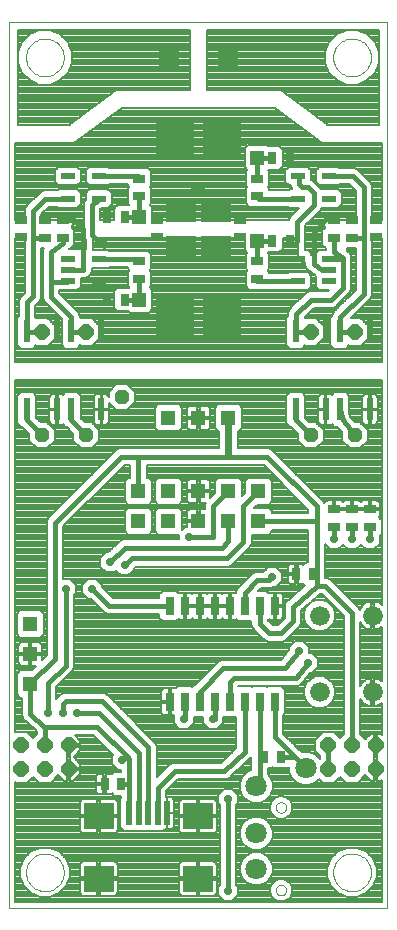
<source format=gtl>
G75*
G70*
%OFA0B0*%
%FSLAX24Y24*%
%IPPOS*%
%LPD*%
%AMOC8*
5,1,8,0,0,1.08239X$1,22.5*
%
%ADD10C,0.0000*%
%ADD11R,0.0236X0.0748*%
%ADD12R,0.0472X0.0217*%
%ADD13R,0.0394X0.0315*%
%ADD14R,0.0515X0.0515*%
%ADD15C,0.0709*%
%ADD16C,0.0660*%
%ADD17R,0.0315X0.0394*%
%ADD18OC8,0.0515*%
%ADD19R,0.0984X0.0866*%
%ADD20R,0.0197X0.0787*%
%ADD21R,0.1024X0.0787*%
%ADD22R,0.0299X0.0622*%
%ADD23C,0.0079*%
%ADD24R,0.1266X0.1266*%
%ADD25C,0.0157*%
%ADD26C,0.0197*%
%ADD27OC8,0.0472*%
%ADD28R,0.0650X0.0650*%
%ADD29C,0.0160*%
%ADD30R,0.0472X0.0472*%
%ADD31OC8,0.0277*%
%ADD32C,0.0236*%
%ADD33C,0.0277*%
D10*
X000139Y000927D02*
X000139Y030454D01*
X012738Y030454D01*
X012738Y000927D01*
X000139Y000927D01*
X000690Y002108D02*
X000692Y002158D01*
X000698Y002208D01*
X000708Y002257D01*
X000722Y002305D01*
X000739Y002352D01*
X000760Y002397D01*
X000785Y002441D01*
X000813Y002482D01*
X000845Y002521D01*
X000879Y002558D01*
X000916Y002592D01*
X000956Y002622D01*
X000998Y002649D01*
X001042Y002673D01*
X001088Y002694D01*
X001135Y002710D01*
X001183Y002723D01*
X001233Y002732D01*
X001282Y002737D01*
X001333Y002738D01*
X001383Y002735D01*
X001432Y002728D01*
X001481Y002717D01*
X001529Y002702D01*
X001575Y002684D01*
X001620Y002662D01*
X001663Y002636D01*
X001704Y002607D01*
X001743Y002575D01*
X001779Y002540D01*
X001811Y002502D01*
X001841Y002462D01*
X001868Y002419D01*
X001891Y002375D01*
X001910Y002329D01*
X001926Y002281D01*
X001938Y002232D01*
X001946Y002183D01*
X001950Y002133D01*
X001950Y002083D01*
X001946Y002033D01*
X001938Y001984D01*
X001926Y001935D01*
X001910Y001887D01*
X001891Y001841D01*
X001868Y001797D01*
X001841Y001754D01*
X001811Y001714D01*
X001779Y001676D01*
X001743Y001641D01*
X001704Y001609D01*
X001663Y001580D01*
X001620Y001554D01*
X001575Y001532D01*
X001529Y001514D01*
X001481Y001499D01*
X001432Y001488D01*
X001383Y001481D01*
X001333Y001478D01*
X001282Y001479D01*
X001233Y001484D01*
X001183Y001493D01*
X001135Y001506D01*
X001088Y001522D01*
X001042Y001543D01*
X000998Y001567D01*
X000956Y001594D01*
X000916Y001624D01*
X000879Y001658D01*
X000845Y001695D01*
X000813Y001734D01*
X000785Y001775D01*
X000760Y001819D01*
X000739Y001864D01*
X000722Y001911D01*
X000708Y001959D01*
X000698Y002008D01*
X000692Y002058D01*
X000690Y002108D01*
X009017Y001517D02*
X009019Y001543D01*
X009025Y001569D01*
X009035Y001594D01*
X009048Y001617D01*
X009064Y001637D01*
X009084Y001655D01*
X009106Y001670D01*
X009129Y001682D01*
X009155Y001690D01*
X009181Y001694D01*
X009207Y001694D01*
X009233Y001690D01*
X009259Y001682D01*
X009283Y001670D01*
X009304Y001655D01*
X009324Y001637D01*
X009340Y001617D01*
X009353Y001594D01*
X009363Y001569D01*
X009369Y001543D01*
X009371Y001517D01*
X009369Y001491D01*
X009363Y001465D01*
X009353Y001440D01*
X009340Y001417D01*
X009324Y001397D01*
X009304Y001379D01*
X009282Y001364D01*
X009259Y001352D01*
X009233Y001344D01*
X009207Y001340D01*
X009181Y001340D01*
X009155Y001344D01*
X009129Y001352D01*
X009105Y001364D01*
X009084Y001379D01*
X009064Y001397D01*
X009048Y001417D01*
X009035Y001440D01*
X009025Y001465D01*
X009019Y001491D01*
X009017Y001517D01*
X009017Y004273D02*
X009019Y004299D01*
X009025Y004325D01*
X009035Y004350D01*
X009048Y004373D01*
X009064Y004393D01*
X009084Y004411D01*
X009106Y004426D01*
X009129Y004438D01*
X009155Y004446D01*
X009181Y004450D01*
X009207Y004450D01*
X009233Y004446D01*
X009259Y004438D01*
X009283Y004426D01*
X009304Y004411D01*
X009324Y004393D01*
X009340Y004373D01*
X009353Y004350D01*
X009363Y004325D01*
X009369Y004299D01*
X009371Y004273D01*
X009369Y004247D01*
X009363Y004221D01*
X009353Y004196D01*
X009340Y004173D01*
X009324Y004153D01*
X009304Y004135D01*
X009282Y004120D01*
X009259Y004108D01*
X009233Y004100D01*
X009207Y004096D01*
X009181Y004096D01*
X009155Y004100D01*
X009129Y004108D01*
X009105Y004120D01*
X009084Y004135D01*
X009064Y004153D01*
X009048Y004173D01*
X009035Y004196D01*
X009025Y004221D01*
X009019Y004247D01*
X009017Y004273D01*
X010927Y002108D02*
X010929Y002158D01*
X010935Y002208D01*
X010945Y002257D01*
X010959Y002305D01*
X010976Y002352D01*
X010997Y002397D01*
X011022Y002441D01*
X011050Y002482D01*
X011082Y002521D01*
X011116Y002558D01*
X011153Y002592D01*
X011193Y002622D01*
X011235Y002649D01*
X011279Y002673D01*
X011325Y002694D01*
X011372Y002710D01*
X011420Y002723D01*
X011470Y002732D01*
X011519Y002737D01*
X011570Y002738D01*
X011620Y002735D01*
X011669Y002728D01*
X011718Y002717D01*
X011766Y002702D01*
X011812Y002684D01*
X011857Y002662D01*
X011900Y002636D01*
X011941Y002607D01*
X011980Y002575D01*
X012016Y002540D01*
X012048Y002502D01*
X012078Y002462D01*
X012105Y002419D01*
X012128Y002375D01*
X012147Y002329D01*
X012163Y002281D01*
X012175Y002232D01*
X012183Y002183D01*
X012187Y002133D01*
X012187Y002083D01*
X012183Y002033D01*
X012175Y001984D01*
X012163Y001935D01*
X012147Y001887D01*
X012128Y001841D01*
X012105Y001797D01*
X012078Y001754D01*
X012048Y001714D01*
X012016Y001676D01*
X011980Y001641D01*
X011941Y001609D01*
X011900Y001580D01*
X011857Y001554D01*
X011812Y001532D01*
X011766Y001514D01*
X011718Y001499D01*
X011669Y001488D01*
X011620Y001481D01*
X011570Y001478D01*
X011519Y001479D01*
X011470Y001484D01*
X011420Y001493D01*
X011372Y001506D01*
X011325Y001522D01*
X011279Y001543D01*
X011235Y001567D01*
X011193Y001594D01*
X011153Y001624D01*
X011116Y001658D01*
X011082Y001695D01*
X011050Y001734D01*
X011022Y001775D01*
X010997Y001819D01*
X010976Y001864D01*
X010959Y001911D01*
X010945Y001959D01*
X010935Y002008D01*
X010929Y002058D01*
X010927Y002108D01*
X010927Y029273D02*
X010929Y029323D01*
X010935Y029373D01*
X010945Y029422D01*
X010959Y029470D01*
X010976Y029517D01*
X010997Y029562D01*
X011022Y029606D01*
X011050Y029647D01*
X011082Y029686D01*
X011116Y029723D01*
X011153Y029757D01*
X011193Y029787D01*
X011235Y029814D01*
X011279Y029838D01*
X011325Y029859D01*
X011372Y029875D01*
X011420Y029888D01*
X011470Y029897D01*
X011519Y029902D01*
X011570Y029903D01*
X011620Y029900D01*
X011669Y029893D01*
X011718Y029882D01*
X011766Y029867D01*
X011812Y029849D01*
X011857Y029827D01*
X011900Y029801D01*
X011941Y029772D01*
X011980Y029740D01*
X012016Y029705D01*
X012048Y029667D01*
X012078Y029627D01*
X012105Y029584D01*
X012128Y029540D01*
X012147Y029494D01*
X012163Y029446D01*
X012175Y029397D01*
X012183Y029348D01*
X012187Y029298D01*
X012187Y029248D01*
X012183Y029198D01*
X012175Y029149D01*
X012163Y029100D01*
X012147Y029052D01*
X012128Y029006D01*
X012105Y028962D01*
X012078Y028919D01*
X012048Y028879D01*
X012016Y028841D01*
X011980Y028806D01*
X011941Y028774D01*
X011900Y028745D01*
X011857Y028719D01*
X011812Y028697D01*
X011766Y028679D01*
X011718Y028664D01*
X011669Y028653D01*
X011620Y028646D01*
X011570Y028643D01*
X011519Y028644D01*
X011470Y028649D01*
X011420Y028658D01*
X011372Y028671D01*
X011325Y028687D01*
X011279Y028708D01*
X011235Y028732D01*
X011193Y028759D01*
X011153Y028789D01*
X011116Y028823D01*
X011082Y028860D01*
X011050Y028899D01*
X011022Y028940D01*
X010997Y028984D01*
X010976Y029029D01*
X010959Y029076D01*
X010945Y029124D01*
X010935Y029173D01*
X010929Y029223D01*
X010927Y029273D01*
X000690Y029273D02*
X000692Y029323D01*
X000698Y029373D01*
X000708Y029422D01*
X000722Y029470D01*
X000739Y029517D01*
X000760Y029562D01*
X000785Y029606D01*
X000813Y029647D01*
X000845Y029686D01*
X000879Y029723D01*
X000916Y029757D01*
X000956Y029787D01*
X000998Y029814D01*
X001042Y029838D01*
X001088Y029859D01*
X001135Y029875D01*
X001183Y029888D01*
X001233Y029897D01*
X001282Y029902D01*
X001333Y029903D01*
X001383Y029900D01*
X001432Y029893D01*
X001481Y029882D01*
X001529Y029867D01*
X001575Y029849D01*
X001620Y029827D01*
X001663Y029801D01*
X001704Y029772D01*
X001743Y029740D01*
X001779Y029705D01*
X001811Y029667D01*
X001841Y029627D01*
X001868Y029584D01*
X001891Y029540D01*
X001910Y029494D01*
X001926Y029446D01*
X001938Y029397D01*
X001946Y029348D01*
X001950Y029298D01*
X001950Y029248D01*
X001946Y029198D01*
X001938Y029149D01*
X001926Y029100D01*
X001910Y029052D01*
X001891Y029006D01*
X001868Y028962D01*
X001841Y028919D01*
X001811Y028879D01*
X001779Y028841D01*
X001743Y028806D01*
X001704Y028774D01*
X001663Y028745D01*
X001620Y028719D01*
X001575Y028697D01*
X001529Y028679D01*
X001481Y028664D01*
X001432Y028653D01*
X001383Y028646D01*
X001333Y028643D01*
X001282Y028644D01*
X001233Y028649D01*
X001183Y028658D01*
X001135Y028671D01*
X001088Y028687D01*
X001042Y028708D01*
X000998Y028732D01*
X000956Y028759D01*
X000916Y028789D01*
X000879Y028823D01*
X000845Y028860D01*
X000813Y028899D01*
X000785Y028940D01*
X000760Y028984D01*
X000739Y029029D01*
X000722Y029076D01*
X000708Y029124D01*
X000698Y029173D01*
X000692Y029223D01*
X000690Y029273D01*
D11*
X000722Y020139D03*
X001722Y020139D03*
X002198Y020139D03*
X003198Y020139D03*
X003198Y017541D03*
X002198Y017541D03*
X001722Y017541D03*
X000722Y017541D03*
X009679Y017541D03*
X010679Y017541D03*
X011155Y017541D03*
X012155Y017541D03*
X012155Y020139D03*
X011155Y020139D03*
X010679Y020139D03*
X009679Y020139D03*
D12*
X009765Y021813D03*
X009765Y022561D03*
X009765Y024569D03*
X009765Y025317D03*
X010789Y025317D03*
X010789Y024943D03*
X010789Y024569D03*
X010789Y022561D03*
X010789Y022187D03*
X010789Y021813D03*
X003112Y021813D03*
X003112Y022561D03*
X003112Y024569D03*
X003112Y025317D03*
X002088Y025317D03*
X002088Y024943D03*
X002088Y024569D03*
X002088Y022561D03*
X002088Y022187D03*
X002088Y021813D03*
D13*
X001911Y023269D03*
X001911Y023860D03*
X001320Y023860D03*
X001320Y023269D03*
X000533Y023289D03*
X000533Y023840D03*
X004470Y024647D03*
X004470Y025238D03*
X005061Y023840D03*
X005061Y023289D03*
X004470Y022482D03*
X004470Y021891D03*
X007817Y023289D03*
X007817Y023840D03*
X008407Y024647D03*
X008407Y025238D03*
X008407Y022482D03*
X008407Y021891D03*
X010966Y023269D03*
X010966Y023860D03*
X011557Y023860D03*
X011557Y023269D03*
X012344Y023289D03*
X012344Y023840D03*
X012147Y014214D03*
X012147Y013624D03*
X011557Y013624D03*
X011557Y014214D03*
X010966Y014214D03*
X010966Y013624D03*
D14*
X008439Y013813D03*
X008439Y014813D03*
X007439Y014813D03*
X007439Y013813D03*
X006439Y013813D03*
X006439Y014813D03*
X005439Y014813D03*
X005439Y013813D03*
X004439Y013813D03*
X004439Y014813D03*
X005439Y017265D03*
X006439Y017265D03*
X007439Y017265D03*
X000828Y010391D03*
X000828Y009391D03*
X000828Y008391D03*
D15*
X008368Y004982D03*
X008368Y003407D03*
X008368Y002226D03*
X010021Y005572D03*
D16*
X010474Y008112D03*
X010474Y010671D03*
X012246Y010671D03*
X012246Y008112D03*
D17*
X010257Y012049D03*
X009706Y012049D03*
X009175Y005966D03*
X008624Y005966D03*
X003860Y005061D03*
X003309Y005061D03*
X003387Y021202D03*
X003978Y021202D03*
X003978Y023958D03*
X003387Y023958D03*
X008899Y023171D03*
X009490Y023171D03*
X009490Y025927D03*
X008899Y025927D03*
D18*
X010179Y020120D03*
X011655Y020120D03*
X011557Y006340D03*
X011557Y005553D03*
X012344Y005553D03*
X012344Y006340D03*
X010769Y006340D03*
X010769Y005553D03*
X002698Y020120D03*
X001222Y020120D03*
X001320Y006340D03*
X001320Y005553D03*
X000533Y005553D03*
X000533Y006340D03*
X002108Y006340D03*
X002108Y005553D03*
D19*
X003112Y003986D03*
X003112Y001899D03*
X006419Y001899D03*
X006419Y003986D03*
D20*
X005395Y004084D03*
X005080Y004084D03*
X004765Y004084D03*
X004450Y004084D03*
X004135Y004084D03*
D21*
X005848Y022935D03*
X005848Y024194D03*
X007029Y024194D03*
X007029Y022935D03*
D22*
X006976Y010984D03*
X007476Y010984D03*
X007976Y010984D03*
X008476Y010984D03*
X008976Y010984D03*
X008976Y007799D03*
X008476Y007799D03*
X007976Y007799D03*
X007476Y007799D03*
X006976Y007799D03*
X006476Y007799D03*
X005976Y007799D03*
X005476Y007799D03*
X005476Y010984D03*
X005976Y010984D03*
X006476Y010984D03*
D23*
X006511Y010968D02*
X006941Y010968D01*
X006941Y010948D02*
X006511Y010948D01*
X006511Y010533D01*
X006644Y010533D01*
X006679Y010543D01*
X006711Y010561D01*
X006726Y010576D01*
X006741Y010561D01*
X006773Y010543D01*
X006808Y010533D01*
X006941Y010533D01*
X006941Y010948D01*
X007011Y010948D01*
X007011Y010533D01*
X007144Y010533D01*
X007179Y010543D01*
X007211Y010561D01*
X007226Y010576D01*
X007241Y010561D01*
X007273Y010543D01*
X007308Y010533D01*
X007441Y010533D01*
X007441Y010948D01*
X007511Y010948D01*
X007511Y010533D01*
X007644Y010533D01*
X007678Y010543D01*
X007745Y010476D01*
X008200Y010476D01*
X008200Y010350D01*
X002285Y010350D01*
X002285Y010273D02*
X008232Y010273D01*
X008242Y010249D02*
X008200Y010350D01*
X008200Y010427D02*
X002285Y010427D01*
X002285Y010505D02*
X005216Y010505D01*
X005245Y010476D02*
X005707Y010476D01*
X005774Y010543D01*
X005808Y010533D01*
X005941Y010533D01*
X005941Y010948D01*
X006011Y010948D01*
X006011Y010533D01*
X006144Y010533D01*
X006179Y010543D01*
X006211Y010561D01*
X006226Y010576D01*
X006241Y010561D01*
X006273Y010543D01*
X006308Y010533D01*
X006441Y010533D01*
X006441Y010948D01*
X006511Y010948D01*
X006511Y011019D01*
X006441Y011019D01*
X006441Y011434D01*
X006308Y011434D01*
X006273Y011425D01*
X006241Y011406D01*
X006226Y011392D01*
X006211Y011406D01*
X006179Y011425D01*
X006144Y011434D01*
X006011Y011434D01*
X006011Y011019D01*
X005941Y011019D01*
X005941Y011434D01*
X005808Y011434D01*
X005774Y011425D01*
X005707Y011492D01*
X005245Y011492D01*
X005130Y011376D01*
X005130Y011259D01*
X003582Y011259D01*
X003231Y011611D01*
X003231Y011696D01*
X003034Y011892D01*
X002756Y011892D01*
X002560Y011696D01*
X002560Y011418D01*
X002756Y011221D01*
X002841Y011221D01*
X003312Y010750D01*
X003413Y010708D01*
X005130Y010708D01*
X005130Y010591D01*
X005245Y010476D01*
X005139Y010582D02*
X002285Y010582D01*
X002285Y010659D02*
X005130Y010659D01*
X005130Y011277D02*
X003565Y011277D01*
X003487Y011354D02*
X005130Y011354D01*
X005185Y011431D02*
X003410Y011431D01*
X003333Y011509D02*
X007714Y011509D01*
X007700Y011476D02*
X007700Y011447D01*
X007678Y011425D01*
X007644Y011434D01*
X007511Y011434D01*
X007511Y011019D01*
X007441Y011019D01*
X007441Y011434D01*
X007308Y011434D01*
X007273Y011425D01*
X007241Y011406D01*
X007226Y011392D01*
X007211Y011406D01*
X007179Y011425D01*
X007144Y011434D01*
X007011Y011434D01*
X007011Y011019D01*
X006941Y011019D01*
X006941Y011434D01*
X006808Y011434D01*
X006773Y011425D01*
X006741Y011406D01*
X006726Y011392D01*
X006711Y011406D01*
X006679Y011425D01*
X006644Y011434D01*
X006511Y011434D01*
X006511Y011019D01*
X006765Y011019D01*
X006941Y011019D01*
X006941Y010948D01*
X006941Y010891D02*
X007011Y010891D01*
X007011Y010948D02*
X007011Y011019D01*
X007441Y011019D01*
X007441Y010948D01*
X007265Y010948D01*
X007011Y010948D01*
X007011Y010968D02*
X007441Y010968D01*
X007441Y010891D02*
X007511Y010891D01*
X007511Y010814D02*
X007441Y010814D01*
X007441Y010736D02*
X007511Y010736D01*
X007511Y010659D02*
X007441Y010659D01*
X007441Y010582D02*
X007511Y010582D01*
X007716Y010505D02*
X005736Y010505D01*
X005941Y010582D02*
X006011Y010582D01*
X006011Y010659D02*
X005941Y010659D01*
X005941Y010736D02*
X006011Y010736D01*
X006011Y010814D02*
X005941Y010814D01*
X005941Y010891D02*
X006011Y010891D01*
X006011Y010948D02*
X006011Y011019D01*
X006265Y011019D01*
X006441Y011019D01*
X006441Y010948D01*
X006011Y010948D01*
X006011Y010968D02*
X006441Y010968D01*
X006441Y010891D02*
X006511Y010891D01*
X006511Y010814D02*
X006441Y010814D01*
X006441Y010736D02*
X006511Y010736D01*
X006511Y010659D02*
X006441Y010659D01*
X006441Y010582D02*
X006511Y010582D01*
X006511Y011045D02*
X006441Y011045D01*
X006441Y011123D02*
X006511Y011123D01*
X006511Y011200D02*
X006441Y011200D01*
X006441Y011277D02*
X006511Y011277D01*
X006511Y011354D02*
X006441Y011354D01*
X006441Y011431D02*
X006511Y011431D01*
X006654Y011431D02*
X006798Y011431D01*
X006941Y011431D02*
X007011Y011431D01*
X007011Y011354D02*
X006941Y011354D01*
X006941Y011277D02*
X007011Y011277D01*
X007011Y011200D02*
X006941Y011200D01*
X006941Y011123D02*
X007011Y011123D01*
X007011Y011045D02*
X006941Y011045D01*
X006941Y010814D02*
X007011Y010814D01*
X007011Y010736D02*
X006941Y010736D01*
X006941Y010659D02*
X007011Y010659D01*
X007011Y010582D02*
X006941Y010582D01*
X007154Y011431D02*
X007298Y011431D01*
X007441Y011431D02*
X007511Y011431D01*
X007511Y011354D02*
X007441Y011354D01*
X007441Y011277D02*
X007511Y011277D01*
X007511Y011200D02*
X007441Y011200D01*
X007441Y011123D02*
X007511Y011123D01*
X007511Y011045D02*
X007441Y011045D01*
X007654Y011431D02*
X007685Y011431D01*
X007700Y011476D02*
X007742Y011577D01*
X007820Y011654D01*
X008251Y012086D01*
X008352Y012128D01*
X008602Y012128D01*
X008760Y012286D01*
X009038Y012286D01*
X009235Y012089D01*
X009235Y011811D01*
X009038Y011615D01*
X008948Y011615D01*
X008856Y011576D01*
X008521Y011576D01*
X008437Y011492D01*
X008707Y011492D01*
X008774Y011425D01*
X008808Y011434D01*
X008941Y011434D01*
X008941Y011019D01*
X009011Y011019D01*
X009011Y011434D01*
X009144Y011434D01*
X009179Y011425D01*
X009211Y011406D01*
X009237Y011380D01*
X009255Y011349D01*
X009265Y011313D01*
X009265Y011019D01*
X009011Y011019D01*
X009011Y010948D01*
X009011Y010533D01*
X009144Y010533D01*
X009179Y010543D01*
X009211Y010561D01*
X009237Y010587D01*
X009255Y010619D01*
X009265Y010654D01*
X009265Y010948D01*
X009011Y010948D01*
X008941Y010948D01*
X008941Y010533D01*
X008808Y010533D01*
X008774Y010543D01*
X008752Y010520D01*
X008752Y010519D01*
X008915Y010356D01*
X009080Y010356D01*
X009313Y010588D01*
X009313Y010921D01*
X009310Y010930D01*
X009313Y010975D01*
X009313Y011021D01*
X009316Y011030D01*
X009317Y011039D01*
X009337Y011080D01*
X009355Y011122D01*
X009361Y011129D01*
X009365Y011137D01*
X009400Y011168D01*
X009432Y011200D01*
X009441Y011203D01*
X009990Y011684D01*
X009939Y011735D01*
X009918Y011722D01*
X009882Y011713D01*
X009746Y011713D01*
X009746Y012009D01*
X009667Y012009D01*
X009667Y011713D01*
X009530Y011713D01*
X009495Y011722D01*
X009463Y011740D01*
X009164Y011740D01*
X009235Y011818D02*
X009414Y011818D01*
X009409Y011834D02*
X009419Y011798D01*
X009437Y011766D01*
X009463Y011740D01*
X009409Y011834D02*
X009409Y012009D01*
X009667Y012009D01*
X009667Y012088D01*
X009409Y012088D01*
X009409Y012264D01*
X009419Y012299D01*
X009437Y012331D01*
X009463Y012357D01*
X009495Y012376D01*
X009530Y012385D01*
X009667Y012385D01*
X009667Y012088D01*
X009746Y012088D01*
X009746Y012385D01*
X009882Y012385D01*
X009918Y012376D01*
X009939Y012363D01*
X010018Y012443D01*
X010100Y012443D01*
X010100Y013537D01*
X008893Y013537D01*
X008893Y013474D01*
X008778Y013358D01*
X008214Y013358D01*
X008214Y013186D01*
X008214Y013185D01*
X008214Y013131D01*
X008214Y013077D01*
X008214Y013076D01*
X008214Y013076D01*
X008193Y013026D01*
X008172Y012975D01*
X008172Y012975D01*
X008172Y012975D01*
X008133Y012936D01*
X008095Y012898D01*
X008094Y012898D01*
X007578Y012385D01*
X007540Y012347D01*
X007539Y012346D01*
X007539Y012346D01*
X007488Y012325D01*
X007438Y012305D01*
X007438Y012305D01*
X007437Y012305D01*
X007383Y012305D01*
X004328Y012305D01*
X004314Y012290D01*
X004314Y012277D01*
X004262Y012154D01*
X004168Y012060D01*
X004045Y012009D01*
X003911Y012009D01*
X003788Y012060D01*
X003693Y012154D01*
X003687Y012169D01*
X003625Y012107D01*
X003347Y012107D01*
X003150Y012304D01*
X003150Y012582D01*
X003347Y012778D01*
X003432Y012778D01*
X003744Y013091D01*
X003822Y013168D01*
X003923Y013210D01*
X005788Y013210D01*
X005788Y013369D01*
X005778Y013358D01*
X005100Y013358D01*
X004984Y013474D01*
X004984Y014152D01*
X005100Y014267D01*
X005778Y014267D01*
X005893Y014152D01*
X005893Y013533D01*
X005985Y013625D01*
X006042Y013625D01*
X006042Y013773D01*
X006399Y013773D01*
X006399Y013852D01*
X006042Y013852D01*
X006042Y014088D01*
X006051Y014124D01*
X006070Y014156D01*
X006096Y014182D01*
X006127Y014200D01*
X006163Y014209D01*
X006399Y014209D01*
X006399Y013852D01*
X006478Y013852D01*
X006478Y014209D01*
X006663Y014209D01*
X006663Y014367D01*
X005786Y014367D01*
X005778Y014358D02*
X005893Y014474D01*
X005893Y015152D01*
X005778Y015267D01*
X005100Y015267D01*
X004984Y015152D01*
X004984Y014474D01*
X005100Y014358D01*
X005778Y014358D01*
X005863Y014444D02*
X006095Y014444D01*
X006096Y014444D02*
X006127Y014425D01*
X006163Y014416D01*
X006399Y014416D01*
X006399Y014773D01*
X006478Y014773D01*
X006478Y014416D01*
X006683Y014416D01*
X006663Y014367D01*
X006663Y014289D02*
X002573Y014289D01*
X002496Y014212D02*
X004045Y014212D01*
X004100Y014267D02*
X003984Y014152D01*
X003984Y013474D01*
X004100Y013358D01*
X004778Y013358D01*
X004893Y013474D01*
X004893Y014152D01*
X004778Y014267D01*
X004100Y014267D01*
X004100Y014358D02*
X004778Y014358D01*
X004893Y014474D01*
X004893Y015152D01*
X004778Y015267D01*
X004714Y015267D01*
X004714Y015691D01*
X007407Y015691D01*
X007445Y015686D01*
X007461Y015691D01*
X008608Y015691D01*
X010100Y014198D01*
X010100Y014088D01*
X008893Y014088D01*
X008893Y014152D01*
X008778Y014267D01*
X008283Y014267D01*
X008374Y014358D01*
X008778Y014358D01*
X008893Y014474D01*
X008893Y015152D01*
X008778Y015267D01*
X008100Y015267D01*
X007984Y015152D01*
X007984Y014748D01*
X007893Y014657D01*
X007893Y015152D01*
X007778Y015267D01*
X007100Y015267D01*
X006984Y015152D01*
X006984Y014748D01*
X006835Y014599D01*
X006835Y014773D01*
X006478Y014773D01*
X006478Y014852D01*
X006835Y014852D01*
X006835Y015088D01*
X006826Y015124D01*
X006808Y015156D01*
X006782Y015182D01*
X006750Y015200D01*
X006714Y015209D01*
X006478Y015209D01*
X006478Y014852D01*
X006399Y014852D01*
X006399Y014773D01*
X006042Y014773D01*
X006042Y014537D01*
X006051Y014501D01*
X006070Y014470D01*
X006096Y014444D01*
X006046Y014521D02*
X005893Y014521D01*
X005893Y014598D02*
X006042Y014598D01*
X006042Y014676D02*
X005893Y014676D01*
X005893Y014753D02*
X006042Y014753D01*
X006042Y014852D02*
X006399Y014852D01*
X006399Y015209D01*
X006163Y015209D01*
X006127Y015200D01*
X006096Y015182D01*
X006070Y015156D01*
X006051Y015124D01*
X006042Y015088D01*
X006042Y014852D01*
X006042Y014907D02*
X005893Y014907D01*
X005893Y014830D02*
X006399Y014830D01*
X006399Y014753D02*
X006478Y014753D01*
X006478Y014830D02*
X006984Y014830D01*
X006984Y014753D02*
X006835Y014753D01*
X006835Y014676D02*
X006912Y014676D01*
X006984Y014907D02*
X006835Y014907D01*
X006835Y014985D02*
X006984Y014985D01*
X006984Y015062D02*
X006835Y015062D01*
X006817Y015139D02*
X006984Y015139D01*
X007049Y015216D02*
X005828Y015216D01*
X005893Y015139D02*
X006060Y015139D01*
X006042Y015062D02*
X005893Y015062D01*
X005893Y014985D02*
X006042Y014985D01*
X006399Y014985D02*
X006478Y014985D01*
X006478Y015062D02*
X006399Y015062D01*
X006399Y015139D02*
X006478Y015139D01*
X006478Y014907D02*
X006399Y014907D01*
X006399Y014676D02*
X006478Y014676D01*
X006478Y014598D02*
X006399Y014598D01*
X006399Y014521D02*
X006478Y014521D01*
X006478Y014444D02*
X006399Y014444D01*
X006399Y014135D02*
X006478Y014135D01*
X006478Y014058D02*
X006399Y014058D01*
X006399Y013980D02*
X006478Y013980D01*
X006478Y013903D02*
X006399Y013903D01*
X006399Y013826D02*
X005893Y013826D01*
X005893Y013903D02*
X006042Y013903D01*
X006042Y013980D02*
X005893Y013980D01*
X005893Y014058D02*
X006042Y014058D01*
X006058Y014135D02*
X005893Y014135D01*
X005832Y014212D02*
X006663Y014212D01*
X006042Y013749D02*
X005893Y013749D01*
X005893Y013671D02*
X006042Y013671D01*
X005954Y013594D02*
X005893Y013594D01*
X005788Y013362D02*
X005782Y013362D01*
X005788Y013285D02*
X001931Y013285D01*
X001931Y013208D02*
X003918Y013208D01*
X003784Y013131D02*
X001931Y013131D01*
X001931Y013054D02*
X003707Y013054D01*
X003630Y012976D02*
X001931Y012976D01*
X001931Y012899D02*
X003553Y012899D01*
X003475Y012822D02*
X001931Y012822D01*
X001931Y012745D02*
X003313Y012745D01*
X003236Y012667D02*
X001931Y012667D01*
X001931Y012590D02*
X003159Y012590D01*
X003150Y012513D02*
X001931Y012513D01*
X001931Y012436D02*
X003150Y012436D01*
X003150Y012358D02*
X001931Y012358D01*
X001931Y012281D02*
X003173Y012281D01*
X003250Y012204D02*
X001931Y012204D01*
X001931Y012127D02*
X003327Y012127D01*
X003109Y011818D02*
X007983Y011818D01*
X008060Y011895D02*
X001931Y011895D01*
X001931Y011892D02*
X001931Y013647D01*
X003974Y015691D01*
X004163Y015691D01*
X004163Y015267D01*
X004100Y015267D01*
X003984Y015152D01*
X003984Y014474D01*
X004100Y014358D01*
X004091Y014367D02*
X002650Y014367D01*
X002727Y014444D02*
X004014Y014444D01*
X003984Y014521D02*
X002805Y014521D01*
X002882Y014598D02*
X003984Y014598D01*
X003984Y014676D02*
X002959Y014676D01*
X003036Y014753D02*
X003984Y014753D01*
X003984Y014830D02*
X003113Y014830D01*
X003191Y014907D02*
X003984Y014907D01*
X003984Y014985D02*
X003268Y014985D01*
X003345Y015062D02*
X003984Y015062D01*
X003984Y015139D02*
X003422Y015139D01*
X003500Y015216D02*
X004049Y015216D01*
X004163Y015293D02*
X003577Y015293D01*
X003654Y015371D02*
X004163Y015371D01*
X004163Y015448D02*
X003731Y015448D01*
X003809Y015525D02*
X004163Y015525D01*
X004163Y015602D02*
X003886Y015602D01*
X003963Y015680D02*
X004163Y015680D01*
X003805Y016242D02*
X003704Y016200D01*
X003626Y016122D01*
X001421Y013918D01*
X001380Y013816D01*
X001380Y009348D01*
X001225Y009194D01*
X001225Y009352D01*
X000868Y009352D01*
X000868Y009431D01*
X000789Y009431D01*
X000789Y009788D01*
X000553Y009788D01*
X000517Y009779D01*
X000485Y009760D01*
X000459Y009734D01*
X000441Y009703D01*
X000431Y009667D01*
X000431Y009431D01*
X000789Y009431D01*
X000789Y009352D01*
X000431Y009352D01*
X000431Y009116D01*
X000441Y009080D01*
X000459Y009048D01*
X000485Y009022D01*
X000517Y009004D01*
X000553Y008994D01*
X000789Y008994D01*
X000789Y009352D01*
X000868Y009352D01*
X000868Y008994D01*
X001026Y008994D01*
X000877Y008846D01*
X000489Y008846D01*
X000374Y008730D01*
X000374Y008052D01*
X000489Y007937D01*
X000553Y007937D01*
X000553Y007432D01*
X000551Y007426D01*
X000553Y007377D01*
X000553Y007329D01*
X000555Y007323D01*
X000556Y007316D01*
X000576Y007272D01*
X000595Y007227D01*
X000599Y007223D01*
X000602Y007217D01*
X000638Y007184D01*
X000672Y007150D01*
X000678Y007147D01*
X001045Y006813D01*
X001045Y006707D01*
X000927Y006589D01*
X000721Y006794D01*
X000345Y006794D01*
X000336Y006786D01*
X000336Y018525D01*
X012541Y018525D01*
X012541Y011037D01*
X012492Y011072D01*
X012426Y011106D01*
X012356Y011129D01*
X012285Y011140D01*
X012285Y010710D01*
X012206Y010710D01*
X012206Y011140D01*
X012136Y011129D01*
X012065Y011106D01*
X012000Y011072D01*
X011940Y011029D01*
X011888Y010977D01*
X011844Y010917D01*
X011816Y010862D01*
X011790Y010925D01*
X010904Y011811D01*
X010827Y011889D01*
X010726Y011931D01*
X010651Y011931D01*
X010651Y013051D01*
X010827Y012875D01*
X011105Y012875D01*
X011261Y013031D01*
X011418Y012875D01*
X011696Y012875D01*
X011852Y013031D01*
X012008Y012875D01*
X012286Y012875D01*
X012483Y013071D01*
X012483Y013326D01*
X012541Y013385D01*
X012541Y013863D01*
X012444Y013960D01*
X012456Y013971D01*
X012474Y014003D01*
X012483Y014038D01*
X012483Y014175D01*
X012187Y014175D01*
X012187Y014254D01*
X012108Y014254D01*
X012108Y014511D01*
X011932Y014511D01*
X011897Y014502D01*
X011865Y014483D01*
X011852Y014470D01*
X011839Y014483D01*
X011807Y014502D01*
X011772Y014511D01*
X011596Y014511D01*
X011596Y014254D01*
X011517Y014254D01*
X011517Y014511D01*
X011341Y014511D01*
X011306Y014502D01*
X011274Y014483D01*
X011261Y014470D01*
X011249Y014483D01*
X011217Y014502D01*
X011181Y014511D01*
X011006Y014511D01*
X011006Y014254D01*
X010927Y014254D01*
X010927Y014511D01*
X010751Y014511D01*
X010715Y014502D01*
X010684Y014483D01*
X010658Y014457D01*
X010639Y014425D01*
X010635Y014407D01*
X010609Y014469D01*
X010532Y014546D01*
X010532Y014546D01*
X008956Y016122D01*
X008878Y016200D01*
X008777Y016242D01*
X007754Y016242D01*
X007754Y016811D01*
X007778Y016811D01*
X007893Y016926D01*
X007893Y017604D01*
X007778Y017720D01*
X007100Y017720D01*
X006984Y017604D01*
X006984Y016926D01*
X007100Y016811D01*
X007124Y016811D01*
X007124Y016242D01*
X003805Y016242D01*
X003753Y016220D02*
X000336Y016220D01*
X000336Y016143D02*
X003647Y016143D01*
X003570Y016066D02*
X000336Y016066D01*
X000336Y015989D02*
X003493Y015989D01*
X003415Y015911D02*
X000336Y015911D01*
X000336Y015834D02*
X003338Y015834D01*
X003261Y015757D02*
X000336Y015757D01*
X000336Y015680D02*
X003184Y015680D01*
X003106Y015602D02*
X000336Y015602D01*
X000336Y015525D02*
X003029Y015525D01*
X002952Y015448D02*
X000336Y015448D01*
X000336Y015371D02*
X002875Y015371D01*
X002797Y015293D02*
X000336Y015293D01*
X000336Y015216D02*
X002720Y015216D01*
X002643Y015139D02*
X000336Y015139D01*
X000336Y015062D02*
X002566Y015062D01*
X002488Y014985D02*
X000336Y014985D01*
X000336Y014907D02*
X002411Y014907D01*
X002334Y014830D02*
X000336Y014830D01*
X000336Y014753D02*
X002257Y014753D01*
X002180Y014676D02*
X000336Y014676D01*
X000336Y014598D02*
X002102Y014598D01*
X002025Y014521D02*
X000336Y014521D01*
X000336Y014444D02*
X001948Y014444D01*
X001871Y014367D02*
X000336Y014367D01*
X000336Y014289D02*
X001793Y014289D01*
X001716Y014212D02*
X000336Y014212D01*
X000336Y014135D02*
X001639Y014135D01*
X001562Y014058D02*
X000336Y014058D01*
X000336Y013980D02*
X001484Y013980D01*
X001416Y013903D02*
X000336Y013903D01*
X000336Y013826D02*
X001384Y013826D01*
X001380Y013749D02*
X000336Y013749D01*
X000336Y013671D02*
X001380Y013671D01*
X001380Y013594D02*
X000336Y013594D01*
X000336Y013517D02*
X001380Y013517D01*
X001380Y013440D02*
X000336Y013440D01*
X000336Y013362D02*
X001380Y013362D01*
X001380Y013285D02*
X000336Y013285D01*
X000336Y013208D02*
X001380Y013208D01*
X001380Y013131D02*
X000336Y013131D01*
X000336Y013054D02*
X001380Y013054D01*
X001380Y012976D02*
X000336Y012976D01*
X000336Y012899D02*
X001380Y012899D01*
X001380Y012822D02*
X000336Y012822D01*
X000336Y012745D02*
X001380Y012745D01*
X001380Y012667D02*
X000336Y012667D01*
X000336Y012590D02*
X001380Y012590D01*
X001380Y012513D02*
X000336Y012513D01*
X000336Y012436D02*
X001380Y012436D01*
X001380Y012358D02*
X000336Y012358D01*
X000336Y012281D02*
X001380Y012281D01*
X001380Y012204D02*
X000336Y012204D01*
X000336Y012127D02*
X001380Y012127D01*
X001380Y012049D02*
X000336Y012049D01*
X000336Y011972D02*
X001380Y011972D01*
X001380Y011895D02*
X000336Y011895D01*
X000336Y011818D02*
X001380Y011818D01*
X001380Y011740D02*
X000336Y011740D01*
X000336Y011663D02*
X001380Y011663D01*
X001380Y011586D02*
X000336Y011586D01*
X000336Y011509D02*
X001380Y011509D01*
X001380Y011431D02*
X000336Y011431D01*
X000336Y011354D02*
X001380Y011354D01*
X001380Y011277D02*
X000336Y011277D01*
X000336Y011200D02*
X001380Y011200D01*
X001380Y011123D02*
X000336Y011123D01*
X000336Y011045D02*
X001380Y011045D01*
X001380Y010968D02*
X000336Y010968D01*
X000336Y010891D02*
X001380Y010891D01*
X001380Y010814D02*
X001199Y010814D01*
X001167Y010846D02*
X000489Y010846D01*
X000374Y010730D01*
X000374Y010052D01*
X000489Y009937D01*
X001167Y009937D01*
X001283Y010052D01*
X001283Y010730D01*
X001167Y010846D01*
X001277Y010736D02*
X001380Y010736D01*
X001380Y010659D02*
X001283Y010659D01*
X001283Y010582D02*
X001380Y010582D01*
X001380Y010505D02*
X001283Y010505D01*
X001283Y010427D02*
X001380Y010427D01*
X001380Y010350D02*
X001283Y010350D01*
X001283Y010273D02*
X001380Y010273D01*
X001380Y010196D02*
X001283Y010196D01*
X001283Y010118D02*
X001380Y010118D01*
X001380Y010041D02*
X001271Y010041D01*
X001194Y009964D02*
X001380Y009964D01*
X001380Y009887D02*
X000336Y009887D01*
X000336Y009964D02*
X000462Y009964D01*
X000385Y010041D02*
X000336Y010041D01*
X000336Y010118D02*
X000374Y010118D01*
X000374Y010196D02*
X000336Y010196D01*
X000336Y010273D02*
X000374Y010273D01*
X000374Y010350D02*
X000336Y010350D01*
X000336Y010427D02*
X000374Y010427D01*
X000374Y010505D02*
X000336Y010505D01*
X000336Y010582D02*
X000374Y010582D01*
X000374Y010659D02*
X000336Y010659D01*
X000336Y010736D02*
X000380Y010736D01*
X000336Y010814D02*
X000457Y010814D01*
X000336Y009809D02*
X001380Y009809D01*
X001380Y009732D02*
X001199Y009732D01*
X001197Y009734D02*
X001171Y009760D01*
X001140Y009779D01*
X001104Y009788D01*
X000868Y009788D01*
X000868Y009431D01*
X001225Y009431D01*
X001225Y009667D01*
X001216Y009703D01*
X001197Y009734D01*
X001225Y009655D02*
X001380Y009655D01*
X001380Y009578D02*
X001225Y009578D01*
X001225Y009500D02*
X001380Y009500D01*
X001380Y009423D02*
X000868Y009423D01*
X000868Y009346D02*
X000789Y009346D01*
X000789Y009423D02*
X000336Y009423D01*
X000336Y009346D02*
X000431Y009346D01*
X000431Y009269D02*
X000336Y009269D01*
X000336Y009191D02*
X000431Y009191D01*
X000432Y009114D02*
X000336Y009114D01*
X000336Y009037D02*
X000471Y009037D01*
X000336Y008960D02*
X000991Y008960D01*
X000914Y008883D02*
X000336Y008883D01*
X000336Y008805D02*
X000449Y008805D01*
X000374Y008728D02*
X000336Y008728D01*
X000336Y008651D02*
X000374Y008651D01*
X000374Y008574D02*
X000336Y008574D01*
X000336Y008496D02*
X000374Y008496D01*
X000374Y008419D02*
X000336Y008419D01*
X000336Y008342D02*
X000374Y008342D01*
X000374Y008265D02*
X000336Y008265D01*
X000336Y008187D02*
X000374Y008187D01*
X000374Y008110D02*
X000336Y008110D01*
X000336Y008033D02*
X000393Y008033D01*
X000336Y007956D02*
X000471Y007956D01*
X000553Y007878D02*
X000336Y007878D01*
X000336Y007801D02*
X000553Y007801D01*
X000553Y007724D02*
X000336Y007724D01*
X000336Y007647D02*
X000553Y007647D01*
X000553Y007569D02*
X000336Y007569D01*
X000336Y007492D02*
X000553Y007492D01*
X000551Y007415D02*
X000336Y007415D01*
X000336Y007338D02*
X000553Y007338D01*
X000581Y007260D02*
X000336Y007260D01*
X000336Y007183D02*
X000639Y007183D01*
X000724Y007106D02*
X000336Y007106D01*
X000336Y007029D02*
X000808Y007029D01*
X000893Y006952D02*
X000336Y006952D01*
X000336Y006874D02*
X000977Y006874D01*
X001045Y006797D02*
X000336Y006797D01*
X000796Y006720D02*
X001045Y006720D01*
X000980Y006643D02*
X000873Y006643D01*
X000927Y005304D02*
X001132Y005098D01*
X001509Y005098D01*
X001755Y005345D01*
X001943Y005156D01*
X002069Y005156D01*
X002069Y005513D01*
X002147Y005513D01*
X002147Y005156D01*
X002272Y005156D01*
X002505Y005388D01*
X002505Y005513D01*
X002147Y005513D01*
X002147Y005592D01*
X002069Y005592D01*
X002069Y006301D01*
X002147Y006301D01*
X002147Y005943D01*
X002147Y005592D01*
X002505Y005592D01*
X002505Y005717D01*
X002275Y005946D01*
X002505Y006176D01*
X002505Y006301D01*
X002147Y006301D01*
X002147Y006380D01*
X002505Y006380D01*
X002505Y006505D01*
X002315Y006694D01*
X002939Y006694D01*
X003595Y006038D01*
X003544Y005987D01*
X003544Y005709D01*
X003741Y005512D01*
X003860Y005512D01*
X003860Y005454D01*
X003621Y005454D01*
X003541Y005375D01*
X003520Y005387D01*
X003484Y005397D01*
X003348Y005397D01*
X003348Y005100D01*
X003269Y005100D01*
X003269Y005021D01*
X003348Y005021D01*
X003348Y004724D01*
X003484Y004724D01*
X003520Y004734D01*
X003541Y004746D01*
X003621Y004667D01*
X003860Y004667D01*
X003860Y004579D01*
X003840Y004559D01*
X003840Y003609D01*
X003955Y003494D01*
X005260Y003494D01*
X005318Y003551D01*
X005385Y003551D01*
X005385Y004074D01*
X005405Y004074D01*
X005405Y003551D01*
X005512Y003551D01*
X005547Y003561D01*
X005579Y003579D01*
X005605Y003605D01*
X005624Y003637D01*
X005633Y003672D01*
X005633Y004074D01*
X005405Y004074D01*
X005405Y004094D01*
X005385Y004094D01*
X005385Y004617D01*
X005356Y004617D01*
X005356Y004809D01*
X005765Y005218D01*
X007301Y005218D01*
X007351Y005217D01*
X007355Y005218D01*
X007360Y005218D01*
X007406Y005237D01*
X007454Y005255D01*
X007457Y005258D01*
X007461Y005260D01*
X007497Y005296D01*
X008128Y005890D01*
X008132Y005892D01*
X008168Y005928D01*
X008200Y005958D01*
X008200Y005509D01*
X008055Y005449D01*
X007900Y005294D01*
X007817Y005092D01*
X007817Y004872D01*
X007900Y004670D01*
X008055Y004515D01*
X008258Y004431D01*
X008477Y004431D01*
X008680Y004515D01*
X008835Y004670D01*
X008919Y004872D01*
X008919Y005092D01*
X008835Y005294D01*
X008752Y005378D01*
X008752Y005572D01*
X008863Y005572D01*
X008899Y005609D01*
X008936Y005572D01*
X009414Y005572D01*
X009470Y005629D01*
X009470Y005463D01*
X009554Y005260D01*
X009709Y005105D01*
X009912Y005021D01*
X010131Y005021D01*
X010333Y005105D01*
X010454Y005226D01*
X010581Y005098D01*
X010957Y005098D01*
X011163Y005304D01*
X011369Y005098D01*
X011745Y005098D01*
X011991Y005345D01*
X012180Y005156D01*
X012305Y005156D01*
X012305Y005513D01*
X012383Y005513D01*
X012383Y005156D01*
X012508Y005156D01*
X012541Y005188D01*
X012541Y001124D01*
X000336Y001124D01*
X000336Y005107D01*
X000345Y005098D01*
X000721Y005098D01*
X000927Y005304D01*
X000978Y005252D02*
X000875Y005252D01*
X000798Y005175D02*
X001056Y005175D01*
X001585Y005175D02*
X001924Y005175D01*
X001847Y005252D02*
X001662Y005252D01*
X001740Y005329D02*
X001770Y005329D01*
X002069Y005329D02*
X002147Y005329D01*
X002147Y005252D02*
X002069Y005252D01*
X002069Y005175D02*
X002147Y005175D01*
X002291Y005175D02*
X003012Y005175D01*
X003012Y005100D02*
X003269Y005100D01*
X003269Y005397D01*
X003133Y005397D01*
X003097Y005387D01*
X003066Y005369D01*
X003040Y005343D01*
X003021Y005311D01*
X003012Y005276D01*
X003012Y005100D01*
X003012Y005021D02*
X003012Y004845D01*
X003021Y004810D01*
X003040Y004778D01*
X003066Y004752D01*
X003097Y004734D01*
X003133Y004724D01*
X003269Y004724D01*
X003269Y005021D01*
X003012Y005021D01*
X000336Y005021D01*
X000336Y005098D02*
X003269Y005098D01*
X003269Y005175D02*
X003348Y005175D01*
X003348Y005252D02*
X003269Y005252D01*
X003269Y005329D02*
X003348Y005329D01*
X003348Y005021D02*
X003269Y005021D01*
X003269Y004943D02*
X003348Y004943D01*
X003348Y004866D02*
X003269Y004866D01*
X003269Y004789D02*
X003348Y004789D01*
X003151Y004558D02*
X003151Y004025D01*
X003072Y004025D01*
X003072Y003946D01*
X003151Y003946D01*
X003151Y003413D01*
X003622Y003413D01*
X003658Y003423D01*
X003690Y003441D01*
X003715Y003467D01*
X003734Y003499D01*
X003743Y003534D01*
X003743Y003946D01*
X003151Y003946D01*
X003151Y004025D01*
X003743Y004025D01*
X003743Y004437D01*
X003734Y004473D01*
X003715Y004504D01*
X003690Y004530D01*
X003658Y004549D01*
X003622Y004558D01*
X003151Y004558D01*
X003151Y004557D02*
X003072Y004557D01*
X003072Y004558D02*
X002601Y004558D01*
X002566Y004549D01*
X002534Y004530D01*
X002508Y004504D01*
X002490Y004473D01*
X002480Y004437D01*
X002480Y004025D01*
X003072Y004025D01*
X003072Y004558D01*
X003072Y004480D02*
X003151Y004480D01*
X003151Y004403D02*
X003072Y004403D01*
X003072Y004325D02*
X003151Y004325D01*
X003151Y004248D02*
X003072Y004248D01*
X003072Y004171D02*
X003151Y004171D01*
X003151Y004094D02*
X003072Y004094D01*
X003072Y004016D02*
X000336Y004016D01*
X000336Y003939D02*
X002480Y003939D01*
X002480Y003946D02*
X002480Y003534D01*
X002490Y003499D01*
X002508Y003467D01*
X002534Y003441D01*
X002566Y003423D01*
X002601Y003413D01*
X003072Y003413D01*
X003072Y003946D01*
X002480Y003946D01*
X002480Y003862D02*
X000336Y003862D01*
X000336Y003785D02*
X002480Y003785D01*
X002480Y003707D02*
X000336Y003707D01*
X000336Y003630D02*
X002480Y003630D01*
X002480Y003553D02*
X000336Y003553D01*
X000336Y003476D02*
X002503Y003476D01*
X002480Y004094D02*
X000336Y004094D01*
X000336Y004171D02*
X002480Y004171D01*
X002480Y004248D02*
X000336Y004248D01*
X000336Y004325D02*
X002480Y004325D01*
X002480Y004403D02*
X000336Y004403D01*
X000336Y004480D02*
X002494Y004480D01*
X002597Y004557D02*
X000336Y004557D01*
X000336Y004634D02*
X003860Y004634D01*
X003840Y004557D02*
X003627Y004557D01*
X003730Y004480D02*
X003840Y004480D01*
X003840Y004403D02*
X003743Y004403D01*
X003743Y004325D02*
X003840Y004325D01*
X003840Y004248D02*
X003743Y004248D01*
X003743Y004171D02*
X003840Y004171D01*
X003840Y004094D02*
X003743Y004094D01*
X003840Y004016D02*
X003151Y004016D01*
X003151Y003939D02*
X003072Y003939D01*
X003072Y003862D02*
X003151Y003862D01*
X003151Y003785D02*
X003072Y003785D01*
X003072Y003707D02*
X003151Y003707D01*
X003151Y003630D02*
X003072Y003630D01*
X003072Y003553D02*
X003151Y003553D01*
X003151Y003476D02*
X003072Y003476D01*
X003072Y002472D02*
X002601Y002472D01*
X002065Y002472D01*
X002033Y002549D02*
X007147Y002549D01*
X007147Y002626D02*
X001972Y002626D01*
X002021Y002576D02*
X001789Y002809D01*
X001485Y002935D01*
X001156Y002935D01*
X000852Y002809D01*
X000620Y002576D01*
X000494Y002272D01*
X000494Y001943D01*
X000620Y001640D01*
X000852Y001407D01*
X001156Y001281D01*
X001485Y001281D01*
X001789Y001407D01*
X002021Y001640D01*
X002147Y001943D01*
X002147Y002272D01*
X002021Y002576D01*
X001894Y002703D02*
X007147Y002703D01*
X007147Y002781D02*
X001817Y002781D01*
X001670Y002858D02*
X007147Y002858D01*
X007147Y002935D02*
X000336Y002935D01*
X000336Y002858D02*
X000970Y002858D01*
X000824Y002781D02*
X000336Y002781D01*
X000336Y002703D02*
X000747Y002703D01*
X000669Y002626D02*
X000336Y002626D01*
X000336Y002549D02*
X000608Y002549D01*
X000576Y002472D02*
X000336Y002472D01*
X000336Y002394D02*
X000544Y002394D01*
X000512Y002317D02*
X000336Y002317D01*
X000336Y002240D02*
X000494Y002240D01*
X000494Y002163D02*
X000336Y002163D01*
X000336Y002085D02*
X000494Y002085D01*
X000494Y002008D02*
X000336Y002008D01*
X000336Y001931D02*
X000499Y001931D01*
X000531Y001854D02*
X000336Y001854D01*
X000336Y001776D02*
X000563Y001776D01*
X000595Y001699D02*
X000336Y001699D01*
X000336Y001622D02*
X000637Y001622D01*
X000714Y001545D02*
X000336Y001545D01*
X000336Y001467D02*
X000792Y001467D01*
X000893Y001390D02*
X000336Y001390D01*
X000336Y001313D02*
X001079Y001313D01*
X001562Y001313D02*
X007133Y001313D01*
X007087Y001359D02*
X007284Y001162D01*
X007562Y001162D01*
X007758Y001359D01*
X007758Y001637D01*
X007698Y001697D01*
X007698Y004350D01*
X007758Y004410D01*
X007758Y004688D01*
X007562Y004884D01*
X007284Y004884D01*
X007087Y004688D01*
X007087Y004410D01*
X007147Y004350D01*
X007147Y001697D01*
X007087Y001637D01*
X007087Y001359D01*
X007087Y001390D02*
X007028Y001390D01*
X007023Y001381D02*
X007041Y001412D01*
X007050Y001448D01*
X007050Y001860D01*
X006458Y001860D01*
X006458Y001327D01*
X006929Y001327D01*
X006965Y001336D01*
X006997Y001355D01*
X007023Y001381D01*
X007050Y001467D02*
X007087Y001467D01*
X007087Y001545D02*
X007050Y001545D01*
X007050Y001622D02*
X007087Y001622D01*
X007050Y001699D02*
X007147Y001699D01*
X007147Y001776D02*
X007050Y001776D01*
X007050Y001854D02*
X007147Y001854D01*
X007147Y001931D02*
X006458Y001931D01*
X006458Y001939D02*
X007050Y001939D01*
X007050Y002351D01*
X007041Y002386D01*
X007023Y002418D01*
X006997Y002444D01*
X006965Y002462D01*
X006929Y002472D01*
X006458Y002472D01*
X006458Y001939D01*
X006380Y001939D01*
X006380Y002472D01*
X005908Y002472D01*
X003623Y002472D01*
X003622Y002472D02*
X003151Y002472D01*
X003151Y001939D01*
X003072Y001939D01*
X003072Y002472D01*
X003151Y002472D01*
X003151Y002394D02*
X003072Y002394D01*
X003072Y002317D02*
X003151Y002317D01*
X003151Y002240D02*
X003072Y002240D01*
X003072Y002163D02*
X003151Y002163D01*
X003151Y002085D02*
X003072Y002085D01*
X003072Y002008D02*
X003151Y002008D01*
X003151Y001939D02*
X003743Y001939D01*
X003743Y002351D01*
X003734Y002386D01*
X003715Y002418D01*
X003690Y002444D01*
X003658Y002462D01*
X003622Y002472D01*
X003729Y002394D02*
X005802Y002394D01*
X005797Y002386D02*
X005787Y002351D01*
X005787Y001939D01*
X006380Y001939D01*
X006380Y001860D01*
X006458Y001860D01*
X006458Y001939D01*
X006458Y002008D02*
X006380Y002008D01*
X006380Y001931D02*
X003151Y001931D01*
X003151Y001939D02*
X003151Y001860D01*
X003151Y001327D01*
X003622Y001327D01*
X003658Y001336D01*
X003690Y001355D01*
X003715Y001381D01*
X003734Y001412D01*
X003743Y001448D01*
X003743Y001860D01*
X003151Y001860D01*
X003072Y001860D01*
X002480Y001860D01*
X002480Y001448D01*
X002490Y001412D01*
X002508Y001381D01*
X002534Y001355D01*
X002566Y001336D01*
X002601Y001327D01*
X003072Y001327D01*
X003072Y001860D01*
X003072Y001939D01*
X002480Y001939D01*
X002480Y002351D01*
X002490Y002386D01*
X002508Y002418D01*
X002534Y002444D01*
X002566Y002462D01*
X002601Y002472D01*
X002495Y002394D02*
X002097Y002394D01*
X002129Y002317D02*
X002480Y002317D01*
X002480Y002240D02*
X002147Y002240D01*
X002147Y002163D02*
X002480Y002163D01*
X002480Y002085D02*
X002147Y002085D01*
X002147Y002008D02*
X002480Y002008D01*
X002480Y001854D02*
X002110Y001854D01*
X002142Y001931D02*
X003072Y001931D01*
X003072Y001854D02*
X003151Y001854D01*
X003151Y001776D02*
X003072Y001776D01*
X003072Y001699D02*
X003151Y001699D01*
X003151Y001622D02*
X003072Y001622D01*
X003072Y001545D02*
X003151Y001545D01*
X003151Y001467D02*
X003072Y001467D01*
X003072Y001390D02*
X003151Y001390D01*
X003721Y001390D02*
X005810Y001390D01*
X005815Y001381D02*
X005841Y001355D01*
X005873Y001336D01*
X005908Y001327D01*
X006380Y001327D01*
X006380Y001860D01*
X005787Y001860D01*
X005787Y001448D01*
X005797Y001412D01*
X005815Y001381D01*
X005787Y001467D02*
X003743Y001467D01*
X003743Y001545D02*
X005787Y001545D01*
X005787Y001622D02*
X003743Y001622D01*
X003743Y001699D02*
X005787Y001699D01*
X005787Y001776D02*
X003743Y001776D01*
X003743Y001854D02*
X005787Y001854D01*
X005787Y002008D02*
X003743Y002008D01*
X003743Y002085D02*
X005787Y002085D01*
X005787Y002163D02*
X003743Y002163D01*
X003743Y002240D02*
X005787Y002240D01*
X005787Y002317D02*
X003743Y002317D01*
X003720Y003476D02*
X005810Y003476D01*
X005815Y003467D02*
X005841Y003441D01*
X005873Y003423D01*
X005908Y003413D01*
X006380Y003413D01*
X006380Y003946D01*
X006458Y003946D01*
X006458Y003413D01*
X006929Y003413D01*
X006965Y003423D01*
X006997Y003441D01*
X007023Y003467D01*
X007041Y003499D01*
X007050Y003534D01*
X007050Y003946D01*
X006458Y003946D01*
X006458Y004025D01*
X006380Y004025D01*
X006380Y004558D01*
X005908Y004558D01*
X005873Y004549D01*
X005841Y004530D01*
X005815Y004504D01*
X005797Y004473D01*
X005787Y004437D01*
X005787Y004025D01*
X006380Y004025D01*
X006380Y003946D01*
X005787Y003946D01*
X005787Y003534D01*
X005797Y003499D01*
X005815Y003467D01*
X005787Y003553D02*
X005519Y003553D01*
X005405Y003553D02*
X005385Y003553D01*
X005385Y003630D02*
X005405Y003630D01*
X005405Y003707D02*
X005385Y003707D01*
X005385Y003785D02*
X005405Y003785D01*
X005405Y003862D02*
X005385Y003862D01*
X005385Y003939D02*
X005405Y003939D01*
X005405Y004016D02*
X005385Y004016D01*
X005405Y004094D02*
X005787Y004094D01*
X005787Y004171D02*
X005633Y004171D01*
X005633Y004094D02*
X005633Y004496D01*
X005624Y004532D01*
X005605Y004564D01*
X005579Y004589D01*
X005547Y004608D01*
X005512Y004617D01*
X005405Y004617D01*
X005405Y004094D01*
X005633Y004094D01*
X005633Y004016D02*
X006380Y004016D01*
X006380Y003939D02*
X006458Y003939D01*
X006458Y003862D02*
X006380Y003862D01*
X006380Y003785D02*
X006458Y003785D01*
X006458Y003707D02*
X006380Y003707D01*
X006380Y003630D02*
X006458Y003630D01*
X006458Y003553D02*
X006380Y003553D01*
X006380Y003476D02*
X006458Y003476D01*
X006458Y004016D02*
X007147Y004016D01*
X007147Y003939D02*
X007050Y003939D01*
X007050Y003862D02*
X007147Y003862D01*
X007147Y003785D02*
X007050Y003785D01*
X007050Y003707D02*
X007147Y003707D01*
X007147Y003630D02*
X007050Y003630D01*
X007050Y003553D02*
X007147Y003553D01*
X007147Y003476D02*
X007027Y003476D01*
X007147Y003398D02*
X000336Y003398D01*
X000336Y003321D02*
X007147Y003321D01*
X007147Y003244D02*
X000336Y003244D01*
X000336Y003167D02*
X007147Y003167D01*
X007147Y003090D02*
X000336Y003090D01*
X000336Y003012D02*
X007147Y003012D01*
X007147Y002472D02*
X006930Y002472D01*
X007036Y002394D02*
X007147Y002394D01*
X007147Y002317D02*
X007050Y002317D01*
X007050Y002240D02*
X007147Y002240D01*
X007147Y002163D02*
X007050Y002163D01*
X007050Y002085D02*
X007147Y002085D01*
X007147Y002008D02*
X007050Y002008D01*
X007210Y001236D02*
X000336Y001236D01*
X000336Y001158D02*
X009083Y001158D01*
X009120Y001143D02*
X009269Y001143D01*
X009406Y001200D01*
X009512Y001305D01*
X009569Y001443D01*
X009569Y001592D01*
X009512Y001729D01*
X009406Y001834D01*
X009269Y001891D01*
X009120Y001891D01*
X008983Y001834D01*
X008877Y001729D01*
X008820Y001592D01*
X008820Y001443D01*
X008877Y001305D01*
X008983Y001200D01*
X009120Y001143D01*
X008947Y001236D02*
X007636Y001236D01*
X007713Y001313D02*
X008874Y001313D01*
X008842Y001390D02*
X007758Y001390D01*
X007758Y001467D02*
X008820Y001467D01*
X008820Y001545D02*
X007758Y001545D01*
X007758Y001622D02*
X008833Y001622D01*
X008865Y001699D02*
X008536Y001699D01*
X008477Y001675D02*
X008680Y001759D01*
X008835Y001914D01*
X008919Y002116D01*
X008919Y002336D01*
X008835Y002538D01*
X008680Y002693D01*
X008477Y002777D01*
X008258Y002777D01*
X008055Y002693D01*
X007900Y002538D01*
X007817Y002336D01*
X007817Y002116D01*
X007900Y001914D01*
X008055Y001759D01*
X008258Y001675D01*
X008477Y001675D01*
X008698Y001776D02*
X008925Y001776D01*
X009029Y001854D02*
X008775Y001854D01*
X008842Y001931D02*
X010735Y001931D01*
X010730Y001943D02*
X010856Y001640D01*
X011088Y001407D01*
X011392Y001281D01*
X011721Y001281D01*
X012025Y001407D01*
X012258Y001640D01*
X012383Y001943D01*
X012383Y002272D01*
X012258Y002576D01*
X012025Y002809D01*
X011721Y002935D01*
X011392Y002935D01*
X011088Y002809D01*
X010856Y002576D01*
X010730Y002272D01*
X010730Y001943D01*
X010730Y002008D02*
X008874Y002008D01*
X008906Y002085D02*
X010730Y002085D01*
X010730Y002163D02*
X008919Y002163D01*
X008919Y002240D02*
X010730Y002240D01*
X010748Y002317D02*
X008919Y002317D01*
X008895Y002394D02*
X010780Y002394D01*
X010812Y002472D02*
X008863Y002472D01*
X008824Y002549D02*
X010844Y002549D01*
X010906Y002626D02*
X008747Y002626D01*
X008656Y002703D02*
X010983Y002703D01*
X011060Y002781D02*
X007698Y002781D01*
X007698Y002858D02*
X008254Y002858D01*
X008258Y002856D02*
X008477Y002856D01*
X008680Y002940D01*
X008835Y003095D01*
X008919Y003297D01*
X008919Y003517D01*
X008835Y003719D01*
X008680Y003874D01*
X008477Y003958D01*
X008258Y003958D01*
X008055Y003874D01*
X007900Y003719D01*
X007817Y003517D01*
X007817Y003297D01*
X007900Y003095D01*
X008055Y002940D01*
X008258Y002856D01*
X008482Y002858D02*
X011207Y002858D01*
X010767Y001854D02*
X009360Y001854D01*
X009464Y001776D02*
X010799Y001776D01*
X010831Y001699D02*
X009524Y001699D01*
X009556Y001622D02*
X010873Y001622D01*
X010951Y001545D02*
X009569Y001545D01*
X009569Y001467D02*
X011028Y001467D01*
X011129Y001390D02*
X009547Y001390D01*
X009515Y001313D02*
X011315Y001313D01*
X011798Y001313D02*
X012541Y001313D01*
X012541Y001390D02*
X011985Y001390D01*
X012086Y001467D02*
X012541Y001467D01*
X012541Y001545D02*
X012163Y001545D01*
X012240Y001622D02*
X012541Y001622D01*
X012541Y001699D02*
X012282Y001699D01*
X012314Y001776D02*
X012541Y001776D01*
X012541Y001854D02*
X012346Y001854D01*
X012378Y001931D02*
X012541Y001931D01*
X012541Y002008D02*
X012383Y002008D01*
X012383Y002085D02*
X012541Y002085D01*
X012541Y002163D02*
X012383Y002163D01*
X012383Y002240D02*
X012541Y002240D01*
X012541Y002317D02*
X012365Y002317D01*
X012333Y002394D02*
X012541Y002394D01*
X012541Y002472D02*
X012301Y002472D01*
X012269Y002549D02*
X012541Y002549D01*
X012541Y002626D02*
X012208Y002626D01*
X012130Y002703D02*
X012541Y002703D01*
X012541Y002781D02*
X012053Y002781D01*
X011907Y002858D02*
X012541Y002858D01*
X012541Y002935D02*
X008668Y002935D01*
X008752Y003012D02*
X012541Y003012D01*
X012541Y003090D02*
X008830Y003090D01*
X008865Y003167D02*
X012541Y003167D01*
X012541Y003244D02*
X008897Y003244D01*
X008919Y003321D02*
X012541Y003321D01*
X012541Y003398D02*
X008919Y003398D01*
X008919Y003476D02*
X012541Y003476D01*
X012541Y003553D02*
X008904Y003553D01*
X008872Y003630D02*
X012541Y003630D01*
X012541Y003707D02*
X008840Y003707D01*
X008770Y003785D02*
X012541Y003785D01*
X012541Y003862D02*
X008692Y003862D01*
X008524Y003939D02*
X009024Y003939D01*
X008983Y003956D02*
X009120Y003899D01*
X009269Y003899D01*
X009406Y003956D01*
X009512Y004061D01*
X009569Y004199D01*
X009569Y004348D01*
X009512Y004485D01*
X009406Y004590D01*
X009269Y004647D01*
X009120Y004647D01*
X008983Y004590D01*
X008877Y004485D01*
X008820Y004348D01*
X008820Y004199D01*
X008877Y004061D01*
X008983Y003956D01*
X008922Y004016D02*
X007698Y004016D01*
X007698Y003939D02*
X008212Y003939D01*
X008043Y003862D02*
X007698Y003862D01*
X007698Y003785D02*
X007966Y003785D01*
X007896Y003707D02*
X007698Y003707D01*
X007698Y003630D02*
X007864Y003630D01*
X007832Y003553D02*
X007698Y003553D01*
X007698Y003476D02*
X007817Y003476D01*
X007817Y003398D02*
X007698Y003398D01*
X007698Y003321D02*
X007817Y003321D01*
X007839Y003244D02*
X007698Y003244D01*
X007698Y003167D02*
X007871Y003167D01*
X007906Y003090D02*
X007698Y003090D01*
X007698Y003012D02*
X007983Y003012D01*
X008067Y002935D02*
X007698Y002935D01*
X007698Y002703D02*
X008080Y002703D01*
X007988Y002626D02*
X007698Y002626D01*
X007698Y002549D02*
X007911Y002549D01*
X007873Y002472D02*
X007698Y002472D01*
X007698Y002394D02*
X007841Y002394D01*
X007817Y002317D02*
X007698Y002317D01*
X007698Y002240D02*
X007817Y002240D01*
X007817Y002163D02*
X007698Y002163D01*
X007698Y002085D02*
X007829Y002085D01*
X007861Y002008D02*
X007698Y002008D01*
X007698Y001931D02*
X007893Y001931D01*
X007961Y001854D02*
X007698Y001854D01*
X007698Y001776D02*
X008038Y001776D01*
X008199Y001699D02*
X007698Y001699D01*
X007698Y004094D02*
X008864Y004094D01*
X008832Y004171D02*
X007698Y004171D01*
X007698Y004248D02*
X008820Y004248D01*
X008820Y004325D02*
X007698Y004325D01*
X007751Y004403D02*
X008843Y004403D01*
X008875Y004480D02*
X008596Y004480D01*
X008722Y004557D02*
X008949Y004557D01*
X009089Y004634D02*
X008800Y004634D01*
X008852Y004712D02*
X012541Y004712D01*
X012541Y004789D02*
X008884Y004789D01*
X008916Y004866D02*
X012541Y004866D01*
X012541Y004943D02*
X008919Y004943D01*
X008919Y005021D02*
X012541Y005021D01*
X012541Y005098D02*
X010316Y005098D01*
X010403Y005175D02*
X010505Y005175D01*
X010474Y005900D02*
X010333Y006040D01*
X010131Y006124D01*
X009912Y006124D01*
X009875Y006108D01*
X009724Y006260D01*
X009698Y006291D01*
X009685Y006298D01*
X009675Y006308D01*
X009252Y006732D01*
X009252Y007335D01*
X009322Y007406D01*
X009322Y008191D01*
X009207Y008307D01*
X008745Y008307D01*
X008726Y008288D01*
X008707Y008307D01*
X008245Y008307D01*
X008226Y008288D01*
X008207Y008307D01*
X007752Y008307D01*
X007752Y008326D01*
X007754Y008328D01*
X009647Y008328D01*
X009663Y008324D01*
X009702Y008328D01*
X009741Y008328D01*
X009756Y008334D01*
X009772Y008336D01*
X009806Y008355D01*
X009843Y008370D01*
X009854Y008381D01*
X009868Y008389D01*
X009892Y008420D01*
X009920Y008448D01*
X009926Y008462D01*
X010165Y008760D01*
X010219Y008760D01*
X010416Y008957D01*
X010416Y009235D01*
X010219Y009432D01*
X010121Y009432D01*
X010121Y009629D01*
X009924Y009825D01*
X009646Y009825D01*
X009449Y009629D01*
X009449Y009517D01*
X009183Y009194D01*
X007211Y009194D01*
X007109Y009153D01*
X006320Y008363D01*
X006263Y008307D01*
X006245Y008307D01*
X006226Y008288D01*
X006207Y008307D01*
X005745Y008307D01*
X005678Y008240D01*
X005644Y008249D01*
X005511Y008249D01*
X005511Y007834D01*
X005441Y007834D01*
X005441Y008249D01*
X005308Y008249D01*
X005273Y008240D01*
X005241Y008221D01*
X005215Y008195D01*
X005197Y008164D01*
X005187Y008128D01*
X005187Y007834D01*
X005441Y007834D01*
X005441Y007763D01*
X005511Y007763D01*
X005511Y007348D01*
X005611Y007348D01*
X005611Y007087D01*
X005807Y006890D01*
X006085Y006890D01*
X006282Y007087D01*
X006282Y007291D01*
X006595Y007291D01*
X006595Y007087D01*
X006792Y006890D01*
X007070Y006890D01*
X007266Y007087D01*
X007266Y007291D01*
X007700Y007291D01*
X007700Y006245D01*
X007195Y005769D01*
X005596Y005769D01*
X005495Y005727D01*
X005418Y005650D01*
X005041Y005273D01*
X005041Y006336D01*
X004999Y006437D01*
X003464Y007973D01*
X003386Y008050D01*
X003285Y008092D01*
X001955Y008092D01*
X001853Y008050D01*
X001755Y007952D01*
X001694Y007891D01*
X001694Y008293D01*
X002166Y008764D01*
X002243Y008842D01*
X002285Y008943D01*
X002285Y011358D01*
X002345Y011418D01*
X002345Y011696D01*
X002148Y011892D01*
X001931Y011892D01*
X001931Y011972D02*
X008138Y011972D01*
X008215Y012049D02*
X004143Y012049D01*
X004235Y012127D02*
X008350Y012127D01*
X008454Y011509D02*
X009790Y011509D01*
X009878Y011586D02*
X008879Y011586D01*
X008941Y011431D02*
X009011Y011431D01*
X009011Y011354D02*
X008941Y011354D01*
X008941Y011277D02*
X009011Y011277D01*
X009011Y011200D02*
X008941Y011200D01*
X008941Y011123D02*
X009011Y011123D01*
X009011Y011045D02*
X008941Y011045D01*
X009011Y010968D02*
X009312Y010968D01*
X009313Y010891D02*
X009265Y010891D01*
X009265Y010814D02*
X009313Y010814D01*
X009313Y010736D02*
X009265Y010736D01*
X009265Y010659D02*
X009313Y010659D01*
X009306Y010582D02*
X009232Y010582D01*
X009229Y010505D02*
X008766Y010505D01*
X008844Y010427D02*
X009152Y010427D01*
X009011Y010582D02*
X008941Y010582D01*
X008941Y010659D02*
X009011Y010659D01*
X009011Y010736D02*
X008941Y010736D01*
X008941Y010814D02*
X009011Y010814D01*
X009011Y010891D02*
X008941Y010891D01*
X009265Y011045D02*
X009320Y011045D01*
X009355Y011123D02*
X009265Y011123D01*
X009265Y011200D02*
X009432Y011200D01*
X009525Y011277D02*
X009265Y011277D01*
X009252Y011354D02*
X009613Y011354D01*
X009701Y011431D02*
X009154Y011431D01*
X009087Y011663D02*
X009966Y011663D01*
X009746Y011740D02*
X009667Y011740D01*
X009667Y011818D02*
X009746Y011818D01*
X009746Y011895D02*
X009667Y011895D01*
X009667Y011972D02*
X009746Y011972D01*
X009667Y012049D02*
X009235Y012049D01*
X009235Y011972D02*
X009409Y011972D01*
X009409Y011895D02*
X009235Y011895D01*
X009198Y012127D02*
X009409Y012127D01*
X009409Y012204D02*
X009120Y012204D01*
X009043Y012281D02*
X009414Y012281D01*
X009465Y012358D02*
X007551Y012358D01*
X007629Y012436D02*
X010012Y012436D01*
X010100Y012513D02*
X007707Y012513D01*
X007784Y012590D02*
X010100Y012590D01*
X010100Y012667D02*
X007862Y012667D01*
X007940Y012745D02*
X010100Y012745D01*
X010100Y012822D02*
X008018Y012822D01*
X008096Y012899D02*
X010100Y012899D01*
X010100Y012976D02*
X008173Y012976D01*
X008205Y013054D02*
X010100Y013054D01*
X010100Y013131D02*
X008214Y013131D01*
X008214Y013208D02*
X010100Y013208D01*
X010100Y013285D02*
X008214Y013285D01*
X008305Y014289D02*
X010009Y014289D01*
X010086Y014212D02*
X008832Y014212D01*
X008893Y014135D02*
X010100Y014135D01*
X009932Y014367D02*
X008786Y014367D01*
X008863Y014444D02*
X009855Y014444D01*
X009777Y014521D02*
X008893Y014521D01*
X008893Y014598D02*
X009700Y014598D01*
X009623Y014676D02*
X008893Y014676D01*
X008893Y014753D02*
X009546Y014753D01*
X009468Y014830D02*
X008893Y014830D01*
X008893Y014907D02*
X009391Y014907D01*
X009314Y014985D02*
X008893Y014985D01*
X008893Y015062D02*
X009237Y015062D01*
X009159Y015139D02*
X008893Y015139D01*
X008828Y015216D02*
X009082Y015216D01*
X009005Y015293D02*
X004714Y015293D01*
X004714Y015371D02*
X008928Y015371D01*
X008850Y015448D02*
X004714Y015448D01*
X004714Y015525D02*
X008773Y015525D01*
X008696Y015602D02*
X004714Y015602D01*
X004714Y015680D02*
X008619Y015680D01*
X008828Y016220D02*
X012541Y016220D01*
X012541Y016143D02*
X008935Y016143D01*
X008956Y016122D02*
X008956Y016122D01*
X009012Y016066D02*
X012541Y016066D01*
X012541Y015989D02*
X009089Y015989D01*
X009167Y015911D02*
X012541Y015911D01*
X012541Y015834D02*
X009244Y015834D01*
X009321Y015757D02*
X012541Y015757D01*
X012541Y015680D02*
X009398Y015680D01*
X009475Y015602D02*
X012541Y015602D01*
X012541Y015525D02*
X009553Y015525D01*
X009630Y015448D02*
X012541Y015448D01*
X012541Y015371D02*
X009707Y015371D01*
X009784Y015293D02*
X012541Y015293D01*
X012541Y015216D02*
X009862Y015216D01*
X009939Y015139D02*
X012541Y015139D01*
X012541Y015062D02*
X010016Y015062D01*
X010093Y014985D02*
X012541Y014985D01*
X012541Y014907D02*
X010171Y014907D01*
X010248Y014830D02*
X012541Y014830D01*
X012541Y014753D02*
X010325Y014753D01*
X010402Y014676D02*
X012541Y014676D01*
X012541Y014598D02*
X010480Y014598D01*
X010557Y014521D02*
X012541Y014521D01*
X012541Y014444D02*
X012463Y014444D01*
X012456Y014457D02*
X012430Y014483D01*
X012398Y014502D01*
X012362Y014511D01*
X012187Y014511D01*
X012187Y014254D01*
X012483Y014254D01*
X012483Y014390D01*
X012474Y014425D01*
X012456Y014457D01*
X012483Y014367D02*
X012541Y014367D01*
X012541Y014289D02*
X012483Y014289D01*
X012541Y014212D02*
X012187Y014212D01*
X012187Y014289D02*
X012108Y014289D01*
X012108Y014254D02*
X012108Y014175D01*
X011596Y014175D01*
X011596Y014254D01*
X011893Y014254D01*
X012108Y014254D01*
X012108Y014212D02*
X011596Y014212D01*
X011596Y014289D02*
X011517Y014289D01*
X011517Y014254D02*
X011517Y014175D01*
X011006Y014175D01*
X011006Y014254D01*
X011302Y014254D01*
X011517Y014254D01*
X011517Y014212D02*
X011006Y014212D01*
X011006Y014289D02*
X010927Y014289D01*
X010927Y014367D02*
X011006Y014367D01*
X011006Y014444D02*
X010927Y014444D01*
X010650Y014444D02*
X010620Y014444D01*
X010100Y013517D02*
X008893Y013517D01*
X008859Y013440D02*
X010100Y013440D01*
X010100Y013362D02*
X008782Y013362D01*
X008755Y012281D02*
X004314Y012281D01*
X004283Y012204D02*
X008678Y012204D01*
X008767Y011431D02*
X008798Y011431D01*
X008242Y010249D02*
X008320Y010171D01*
X008567Y009924D01*
X008645Y009847D01*
X008746Y009805D01*
X009249Y009805D01*
X009351Y009847D01*
X009744Y010240D01*
X009822Y010318D01*
X009864Y010419D01*
X009864Y010841D01*
X010147Y011089D01*
X010027Y010969D01*
X009947Y010776D01*
X009947Y010566D01*
X010027Y010372D01*
X010176Y010224D01*
X010369Y010144D01*
X010579Y010144D01*
X010772Y010224D01*
X010921Y010372D01*
X011001Y010566D01*
X011001Y010776D01*
X010921Y010969D01*
X010772Y011118D01*
X010579Y011198D01*
X010369Y011198D01*
X010183Y011121D01*
X010479Y011380D01*
X010557Y011380D01*
X011281Y010655D01*
X011281Y006707D01*
X011163Y006589D01*
X010957Y006794D01*
X010581Y006794D01*
X010315Y006528D01*
X010315Y006152D01*
X010494Y005973D01*
X010494Y005920D01*
X010474Y005900D01*
X010494Y005947D02*
X010426Y005947D01*
X010442Y006025D02*
X010349Y006025D01*
X010365Y006102D02*
X010183Y006102D01*
X010315Y006179D02*
X009804Y006179D01*
X009727Y006256D02*
X010315Y006256D01*
X010315Y006334D02*
X009650Y006334D01*
X009573Y006411D02*
X010315Y006411D01*
X010315Y006488D02*
X009495Y006488D01*
X009418Y006565D02*
X010352Y006565D01*
X010429Y006643D02*
X009341Y006643D01*
X009264Y006720D02*
X010506Y006720D01*
X010579Y007585D02*
X010369Y007585D01*
X010176Y007665D01*
X010027Y007813D01*
X009947Y008007D01*
X009947Y008217D01*
X010027Y008410D01*
X010176Y008558D01*
X010369Y008639D01*
X010579Y008639D01*
X010772Y008558D01*
X010921Y008410D01*
X011001Y008217D01*
X011001Y008007D01*
X010921Y007813D01*
X010772Y007665D01*
X010579Y007585D01*
X010728Y007647D02*
X011281Y007647D01*
X011281Y007724D02*
X010831Y007724D01*
X010908Y007801D02*
X011281Y007801D01*
X011281Y007878D02*
X010948Y007878D01*
X010980Y007956D02*
X011281Y007956D01*
X011281Y008033D02*
X011001Y008033D01*
X011001Y008110D02*
X011281Y008110D01*
X011281Y008187D02*
X011001Y008187D01*
X010981Y008265D02*
X011281Y008265D01*
X011281Y008342D02*
X010949Y008342D01*
X010912Y008419D02*
X011281Y008419D01*
X011281Y008496D02*
X010835Y008496D01*
X010736Y008574D02*
X011281Y008574D01*
X011281Y008651D02*
X010077Y008651D01*
X010139Y008728D02*
X011281Y008728D01*
X011281Y008805D02*
X010264Y008805D01*
X010341Y008883D02*
X011281Y008883D01*
X011281Y008960D02*
X010416Y008960D01*
X010416Y009037D02*
X011281Y009037D01*
X011281Y009114D02*
X010416Y009114D01*
X010416Y009191D02*
X011281Y009191D01*
X011281Y009269D02*
X010382Y009269D01*
X010305Y009346D02*
X011281Y009346D01*
X011281Y009423D02*
X010228Y009423D01*
X010121Y009500D02*
X011281Y009500D01*
X011281Y009578D02*
X010121Y009578D01*
X010094Y009655D02*
X011281Y009655D01*
X011281Y009732D02*
X010017Y009732D01*
X009940Y009809D02*
X011281Y009809D01*
X011281Y009887D02*
X009391Y009887D01*
X009468Y009964D02*
X011281Y009964D01*
X011281Y010041D02*
X009545Y010041D01*
X009622Y010118D02*
X011281Y010118D01*
X011281Y010196D02*
X010703Y010196D01*
X010821Y010273D02*
X011281Y010273D01*
X011281Y010350D02*
X010898Y010350D01*
X010943Y010427D02*
X011281Y010427D01*
X011281Y010505D02*
X010975Y010505D01*
X011001Y010582D02*
X011281Y010582D01*
X011277Y010659D02*
X011001Y010659D01*
X011001Y010736D02*
X011200Y010736D01*
X011123Y010814D02*
X010985Y010814D01*
X010953Y010891D02*
X011045Y010891D01*
X010968Y010968D02*
X010921Y010968D01*
X010891Y011045D02*
X010845Y011045D01*
X010814Y011123D02*
X010760Y011123D01*
X010736Y011200D02*
X010274Y011200D01*
X010188Y011123D02*
X010185Y011123D01*
X010103Y011045D02*
X010097Y011045D01*
X010027Y010968D02*
X010009Y010968D01*
X009995Y010891D02*
X009921Y010891D01*
X009963Y010814D02*
X009864Y010814D01*
X009864Y010736D02*
X009947Y010736D01*
X009947Y010659D02*
X009864Y010659D01*
X009864Y010582D02*
X009947Y010582D01*
X009973Y010505D02*
X009864Y010505D01*
X009864Y010427D02*
X010005Y010427D01*
X010050Y010350D02*
X009835Y010350D01*
X009777Y010273D02*
X010127Y010273D01*
X010245Y010196D02*
X009700Y010196D01*
X009630Y009809D02*
X009261Y009809D01*
X009476Y009655D02*
X002285Y009655D01*
X002285Y009732D02*
X009553Y009732D01*
X009449Y009578D02*
X002285Y009578D01*
X002285Y009500D02*
X009436Y009500D01*
X009372Y009423D02*
X002285Y009423D01*
X002285Y009346D02*
X009308Y009346D01*
X009244Y009269D02*
X002285Y009269D01*
X002285Y009191D02*
X007203Y009191D01*
X007071Y009114D02*
X002285Y009114D01*
X002285Y009037D02*
X006994Y009037D01*
X006916Y008960D02*
X002285Y008960D01*
X002260Y008883D02*
X006839Y008883D01*
X006762Y008805D02*
X002207Y008805D01*
X002130Y008728D02*
X006685Y008728D01*
X006608Y008651D02*
X002052Y008651D01*
X001975Y008574D02*
X006530Y008574D01*
X006453Y008496D02*
X001898Y008496D01*
X001821Y008419D02*
X006376Y008419D01*
X006299Y008342D02*
X001743Y008342D01*
X001694Y008265D02*
X005703Y008265D01*
X005511Y008187D02*
X005441Y008187D01*
X005441Y008110D02*
X005511Y008110D01*
X005511Y008033D02*
X005441Y008033D01*
X005441Y007956D02*
X005511Y007956D01*
X005511Y007878D02*
X005441Y007878D01*
X005441Y007801D02*
X003635Y007801D01*
X003712Y007724D02*
X005187Y007724D01*
X005187Y007763D02*
X005187Y007469D01*
X005197Y007434D01*
X005215Y007402D01*
X005241Y007376D01*
X005273Y007358D01*
X005308Y007348D01*
X005441Y007348D01*
X005441Y007763D01*
X005187Y007763D01*
X005187Y007878D02*
X003558Y007878D01*
X003481Y007956D02*
X005187Y007956D01*
X005187Y008033D02*
X003403Y008033D01*
X003790Y007647D02*
X005187Y007647D01*
X005187Y007569D02*
X003867Y007569D01*
X003944Y007492D02*
X005187Y007492D01*
X005207Y007415D02*
X004021Y007415D01*
X004098Y007338D02*
X005611Y007338D01*
X005611Y007260D02*
X004176Y007260D01*
X004253Y007183D02*
X005611Y007183D01*
X005611Y007106D02*
X004330Y007106D01*
X004407Y007029D02*
X005669Y007029D01*
X005746Y006952D02*
X004485Y006952D01*
X004562Y006874D02*
X007700Y006874D01*
X007700Y006797D02*
X004639Y006797D01*
X004716Y006720D02*
X007700Y006720D01*
X007700Y006643D02*
X004794Y006643D01*
X004871Y006565D02*
X007700Y006565D01*
X007700Y006488D02*
X004948Y006488D01*
X005010Y006411D02*
X007700Y006411D01*
X007700Y006334D02*
X005041Y006334D01*
X005041Y006256D02*
X007700Y006256D01*
X007631Y006179D02*
X005041Y006179D01*
X005041Y006102D02*
X007549Y006102D01*
X007467Y006025D02*
X005041Y006025D01*
X005041Y005947D02*
X007385Y005947D01*
X007303Y005870D02*
X005041Y005870D01*
X005041Y005793D02*
X007221Y005793D01*
X007445Y005252D02*
X007883Y005252D01*
X007851Y005175D02*
X005722Y005175D01*
X005645Y005098D02*
X007819Y005098D01*
X007817Y005021D02*
X005568Y005021D01*
X005490Y004943D02*
X007817Y004943D01*
X007819Y004866D02*
X007580Y004866D01*
X007657Y004789D02*
X007851Y004789D01*
X007883Y004712D02*
X007735Y004712D01*
X007758Y004634D02*
X007936Y004634D01*
X008013Y004557D02*
X007758Y004557D01*
X007758Y004480D02*
X008139Y004480D01*
X007936Y005329D02*
X007532Y005329D01*
X007614Y005407D02*
X008013Y005407D01*
X008140Y005484D02*
X007696Y005484D01*
X007778Y005561D02*
X008200Y005561D01*
X008200Y005638D02*
X007861Y005638D01*
X007943Y005716D02*
X008200Y005716D01*
X008200Y005793D02*
X008025Y005793D01*
X008107Y005870D02*
X008200Y005870D01*
X008189Y005947D02*
X008200Y005947D01*
X008752Y005561D02*
X009470Y005561D01*
X009470Y005484D02*
X008752Y005484D01*
X008752Y005407D02*
X009493Y005407D01*
X009525Y005329D02*
X008800Y005329D01*
X008852Y005252D02*
X009562Y005252D01*
X009639Y005175D02*
X008884Y005175D01*
X008916Y005098D02*
X009727Y005098D01*
X009440Y004557D02*
X012541Y004557D01*
X012541Y004480D02*
X009514Y004480D01*
X009546Y004403D02*
X012541Y004403D01*
X012541Y004325D02*
X009569Y004325D01*
X009569Y004248D02*
X012541Y004248D01*
X012541Y004171D02*
X009557Y004171D01*
X009525Y004094D02*
X012541Y004094D01*
X012541Y004016D02*
X009467Y004016D01*
X009365Y003939D02*
X012541Y003939D01*
X012541Y004634D02*
X009300Y004634D01*
X009252Y006797D02*
X011281Y006797D01*
X011281Y006720D02*
X011032Y006720D01*
X011109Y006643D02*
X011217Y006643D01*
X011281Y006874D02*
X009252Y006874D01*
X009252Y006952D02*
X011281Y006952D01*
X011281Y007029D02*
X009252Y007029D01*
X009252Y007106D02*
X011281Y007106D01*
X011281Y007183D02*
X009252Y007183D01*
X009252Y007260D02*
X011281Y007260D01*
X011281Y007338D02*
X009254Y007338D01*
X009322Y007415D02*
X011281Y007415D01*
X011281Y007492D02*
X009322Y007492D01*
X009322Y007569D02*
X011281Y007569D01*
X011832Y007569D02*
X012541Y007569D01*
X012541Y007492D02*
X011832Y007492D01*
X011832Y007415D02*
X012541Y007415D01*
X012541Y007338D02*
X011832Y007338D01*
X011832Y007260D02*
X012541Y007260D01*
X012541Y007183D02*
X011832Y007183D01*
X011832Y007106D02*
X012541Y007106D01*
X012541Y007029D02*
X011832Y007029D01*
X011832Y006952D02*
X012541Y006952D01*
X012541Y006874D02*
X011832Y006874D01*
X011832Y006797D02*
X012541Y006797D01*
X012508Y006737D02*
X012383Y006737D01*
X012383Y006380D01*
X012305Y006380D01*
X012305Y006737D01*
X012180Y006737D01*
X011991Y006548D01*
X011832Y006707D01*
X011832Y007889D01*
X011844Y007866D01*
X011888Y007806D01*
X011940Y007754D01*
X012000Y007710D01*
X012065Y007677D01*
X012136Y007654D01*
X012206Y007643D01*
X012206Y008072D01*
X012285Y008072D01*
X012285Y007643D01*
X012356Y007654D01*
X012426Y007677D01*
X012492Y007710D01*
X012541Y007746D01*
X012541Y006705D01*
X012508Y006737D01*
X012526Y006720D02*
X012541Y006720D01*
X012383Y006720D02*
X012305Y006720D01*
X012305Y006643D02*
X012383Y006643D01*
X012383Y006565D02*
X012305Y006565D01*
X012305Y006488D02*
X012383Y006488D01*
X012383Y006411D02*
X012305Y006411D01*
X012305Y006301D02*
X012383Y006301D01*
X012383Y005950D01*
X012383Y005592D01*
X012305Y005592D01*
X012305Y006301D01*
X012305Y006256D02*
X012383Y006256D01*
X012383Y006179D02*
X012305Y006179D01*
X012305Y006102D02*
X012383Y006102D01*
X012383Y006025D02*
X012305Y006025D01*
X012305Y005947D02*
X012383Y005947D01*
X012383Y005870D02*
X012305Y005870D01*
X012305Y005793D02*
X012383Y005793D01*
X012383Y005716D02*
X012305Y005716D01*
X012305Y005638D02*
X012383Y005638D01*
X012383Y005484D02*
X012305Y005484D01*
X012305Y005407D02*
X012383Y005407D01*
X012383Y005329D02*
X012305Y005329D01*
X012305Y005252D02*
X012383Y005252D01*
X012383Y005175D02*
X012305Y005175D01*
X012161Y005175D02*
X011821Y005175D01*
X011899Y005252D02*
X012083Y005252D01*
X012006Y005329D02*
X011976Y005329D01*
X012528Y005175D02*
X012541Y005175D01*
X012008Y006565D02*
X011974Y006565D01*
X011897Y006643D02*
X012085Y006643D01*
X012163Y006720D02*
X011832Y006720D01*
X011832Y007647D02*
X012182Y007647D01*
X012206Y007647D02*
X012285Y007647D01*
X012309Y007647D02*
X012541Y007647D01*
X012541Y007724D02*
X012510Y007724D01*
X012285Y007724D02*
X012206Y007724D01*
X012206Y007801D02*
X012285Y007801D01*
X012285Y007878D02*
X012206Y007878D01*
X012206Y007956D02*
X012285Y007956D01*
X012285Y008033D02*
X012206Y008033D01*
X012206Y008151D02*
X012206Y008581D01*
X012136Y008570D01*
X012065Y008547D01*
X012000Y008513D01*
X011940Y008470D01*
X011888Y008418D01*
X011844Y008358D01*
X011832Y008334D01*
X011832Y010448D01*
X011844Y010425D01*
X011888Y010365D01*
X011940Y010313D01*
X012000Y010269D01*
X012065Y010236D01*
X012136Y010213D01*
X012206Y010202D01*
X012206Y010631D01*
X012285Y010631D01*
X012285Y010202D01*
X012356Y010213D01*
X012426Y010236D01*
X012492Y010269D01*
X012541Y010305D01*
X012541Y008477D01*
X012492Y008513D01*
X012426Y008547D01*
X012356Y008570D01*
X012285Y008581D01*
X012285Y008151D01*
X012206Y008151D01*
X012206Y008187D02*
X012285Y008187D01*
X012285Y008265D02*
X012206Y008265D01*
X012206Y008342D02*
X012285Y008342D01*
X012285Y008419D02*
X012206Y008419D01*
X012206Y008496D02*
X012285Y008496D01*
X012285Y008574D02*
X012206Y008574D01*
X012161Y008574D02*
X011832Y008574D01*
X011832Y008651D02*
X012541Y008651D01*
X012541Y008728D02*
X011832Y008728D01*
X011832Y008805D02*
X012541Y008805D01*
X012541Y008883D02*
X011832Y008883D01*
X011832Y008960D02*
X012541Y008960D01*
X012541Y009037D02*
X011832Y009037D01*
X011832Y009114D02*
X012541Y009114D01*
X012541Y009191D02*
X011832Y009191D01*
X011832Y009269D02*
X012541Y009269D01*
X012541Y009346D02*
X011832Y009346D01*
X011832Y009423D02*
X012541Y009423D01*
X012541Y009500D02*
X011832Y009500D01*
X011832Y009578D02*
X012541Y009578D01*
X012541Y009655D02*
X011832Y009655D01*
X011832Y009732D02*
X012541Y009732D01*
X012541Y009809D02*
X011832Y009809D01*
X011832Y009887D02*
X012541Y009887D01*
X012541Y009964D02*
X011832Y009964D01*
X011832Y010041D02*
X012541Y010041D01*
X012541Y010118D02*
X011832Y010118D01*
X011832Y010196D02*
X012541Y010196D01*
X012541Y010273D02*
X012496Y010273D01*
X012285Y010273D02*
X012206Y010273D01*
X012206Y010350D02*
X012285Y010350D01*
X012285Y010427D02*
X012206Y010427D01*
X012206Y010505D02*
X012285Y010505D01*
X012285Y010582D02*
X012206Y010582D01*
X012206Y010736D02*
X012285Y010736D01*
X012285Y010814D02*
X012206Y010814D01*
X012206Y010891D02*
X012285Y010891D01*
X012285Y010968D02*
X012206Y010968D01*
X012206Y011045D02*
X012285Y011045D01*
X012285Y011123D02*
X012206Y011123D01*
X012117Y011123D02*
X011593Y011123D01*
X011516Y011200D02*
X012541Y011200D01*
X012541Y011277D02*
X011439Y011277D01*
X011361Y011354D02*
X012541Y011354D01*
X012541Y011431D02*
X011284Y011431D01*
X011207Y011509D02*
X012541Y011509D01*
X012541Y011586D02*
X011130Y011586D01*
X011053Y011663D02*
X012541Y011663D01*
X012541Y011740D02*
X010975Y011740D01*
X010898Y011818D02*
X012541Y011818D01*
X012541Y011895D02*
X010812Y011895D01*
X010651Y011972D02*
X012541Y011972D01*
X012541Y012049D02*
X010651Y012049D01*
X010651Y012127D02*
X012541Y012127D01*
X012541Y012204D02*
X010651Y012204D01*
X010651Y012281D02*
X012541Y012281D01*
X012541Y012358D02*
X010651Y012358D01*
X010651Y012436D02*
X012541Y012436D01*
X012541Y012513D02*
X010651Y012513D01*
X010651Y012590D02*
X012541Y012590D01*
X012541Y012667D02*
X010651Y012667D01*
X010651Y012745D02*
X012541Y012745D01*
X012541Y012822D02*
X010651Y012822D01*
X010651Y012899D02*
X010803Y012899D01*
X010726Y012976D02*
X010651Y012976D01*
X011130Y012899D02*
X011393Y012899D01*
X011316Y012976D02*
X011207Y012976D01*
X011720Y012899D02*
X011984Y012899D01*
X011907Y012976D02*
X011797Y012976D01*
X012311Y012899D02*
X012541Y012899D01*
X012541Y012976D02*
X012388Y012976D01*
X012465Y013054D02*
X012541Y013054D01*
X012541Y013131D02*
X012483Y013131D01*
X012483Y013208D02*
X012541Y013208D01*
X012541Y013285D02*
X012483Y013285D01*
X012519Y013362D02*
X012541Y013362D01*
X012541Y013440D02*
X012541Y013440D01*
X012541Y013517D02*
X012541Y013517D01*
X012541Y013594D02*
X012541Y013594D01*
X012541Y013671D02*
X012541Y013671D01*
X012541Y013749D02*
X012541Y013749D01*
X012541Y013826D02*
X012541Y013826D01*
X012541Y013903D02*
X012500Y013903D01*
X012461Y013980D02*
X012541Y013980D01*
X012541Y014058D02*
X012483Y014058D01*
X012483Y014135D02*
X012541Y014135D01*
X012187Y014367D02*
X012108Y014367D01*
X012108Y014444D02*
X012187Y014444D01*
X011596Y014444D02*
X011517Y014444D01*
X011517Y014367D02*
X011596Y014367D01*
X011476Y016242D02*
X011222Y016495D01*
X011222Y016772D01*
X011070Y016961D01*
X011068Y016962D01*
X011062Y016970D01*
X010955Y016970D01*
X010875Y017051D01*
X010851Y017037D01*
X010815Y017028D01*
X010698Y017028D01*
X010698Y017521D01*
X010659Y017521D01*
X010659Y017028D01*
X010542Y017028D01*
X010507Y017037D01*
X010475Y017055D01*
X010449Y017081D01*
X010431Y017113D01*
X010421Y017149D01*
X010421Y017521D01*
X010659Y017521D01*
X010659Y017561D01*
X010659Y018054D01*
X010542Y018054D01*
X010507Y018045D01*
X010475Y018026D01*
X010449Y018001D01*
X010431Y017969D01*
X010421Y017933D01*
X010421Y017561D01*
X010659Y017561D01*
X010698Y017561D01*
X010698Y018054D01*
X010815Y018054D01*
X010851Y018045D01*
X010875Y018031D01*
X010955Y018112D01*
X011355Y018112D01*
X011470Y017996D01*
X011470Y017436D01*
X011506Y017303D01*
X011662Y017108D01*
X011835Y017108D01*
X012088Y016854D01*
X012088Y016495D01*
X011835Y016242D01*
X011476Y016242D01*
X011420Y016298D02*
X010414Y016298D01*
X010358Y016242D02*
X010612Y016495D01*
X010612Y016854D01*
X010358Y017108D01*
X010137Y017108D01*
X009994Y017251D01*
X009994Y017996D01*
X009878Y018112D01*
X009479Y018112D01*
X009364Y017996D01*
X009364Y017085D01*
X009479Y016970D01*
X009492Y016970D01*
X009522Y016940D01*
X009746Y016716D01*
X009746Y016495D01*
X009999Y016242D01*
X010358Y016242D01*
X010491Y016375D02*
X011343Y016375D01*
X011265Y016452D02*
X010568Y016452D01*
X010612Y016529D02*
X011222Y016529D01*
X011222Y016607D02*
X010612Y016607D01*
X010612Y016684D02*
X011222Y016684D01*
X011222Y016761D02*
X010612Y016761D01*
X010612Y016838D02*
X011169Y016838D01*
X011107Y016916D02*
X010550Y016916D01*
X010473Y016993D02*
X010933Y016993D01*
X010698Y017070D02*
X010659Y017070D01*
X010659Y017147D02*
X010698Y017147D01*
X010698Y017224D02*
X010659Y017224D01*
X010659Y017302D02*
X010698Y017302D01*
X010698Y017379D02*
X010659Y017379D01*
X010659Y017456D02*
X010698Y017456D01*
X010659Y017533D02*
X009994Y017533D01*
X009994Y017456D02*
X010421Y017456D01*
X010421Y017379D02*
X009994Y017379D01*
X009994Y017302D02*
X010421Y017302D01*
X010421Y017224D02*
X010021Y017224D01*
X010098Y017147D02*
X010422Y017147D01*
X010396Y017070D02*
X010460Y017070D01*
X010421Y017611D02*
X009994Y017611D01*
X009994Y017688D02*
X010421Y017688D01*
X010421Y017765D02*
X009994Y017765D01*
X009994Y017842D02*
X010421Y017842D01*
X010421Y017920D02*
X009994Y017920D01*
X009993Y017997D02*
X010447Y017997D01*
X010659Y017997D02*
X010698Y017997D01*
X010698Y017920D02*
X010659Y017920D01*
X010659Y017842D02*
X010698Y017842D01*
X010698Y017765D02*
X010659Y017765D01*
X010659Y017688D02*
X010698Y017688D01*
X010698Y017611D02*
X010659Y017611D01*
X010918Y018074D02*
X009916Y018074D01*
X009441Y018074D02*
X004313Y018074D01*
X004313Y018134D02*
X004059Y018387D01*
X003700Y018387D01*
X003446Y018134D01*
X003446Y017969D01*
X003428Y018001D01*
X003402Y018026D01*
X003370Y018045D01*
X003335Y018054D01*
X003218Y018054D01*
X003218Y017561D01*
X003179Y017561D01*
X003179Y018054D01*
X003062Y018054D01*
X003027Y018045D01*
X002995Y018026D01*
X002969Y018001D01*
X002950Y017969D01*
X002941Y017933D01*
X002941Y017561D01*
X003179Y017561D01*
X003179Y017521D01*
X003218Y017521D01*
X003218Y017028D01*
X003335Y017028D01*
X003370Y017037D01*
X003402Y017055D01*
X003428Y017081D01*
X003446Y017113D01*
X003456Y017149D01*
X003456Y017521D01*
X003218Y017521D01*
X003218Y017561D01*
X003456Y017561D01*
X003456Y017766D01*
X003700Y017521D01*
X004059Y017521D01*
X004313Y017775D01*
X004313Y018134D01*
X004295Y018151D02*
X012541Y018151D01*
X012541Y018074D02*
X011392Y018074D01*
X011470Y017997D02*
X011923Y017997D01*
X011925Y018001D02*
X011907Y017969D01*
X011898Y017933D01*
X011898Y017561D01*
X012135Y017561D01*
X012135Y018054D01*
X012019Y018054D01*
X011983Y018045D01*
X011951Y018026D01*
X011925Y018001D01*
X011898Y017920D02*
X011470Y017920D01*
X011470Y017842D02*
X011898Y017842D01*
X011898Y017765D02*
X011470Y017765D01*
X011470Y017688D02*
X011898Y017688D01*
X011898Y017611D02*
X011470Y017611D01*
X011470Y017533D02*
X012135Y017533D01*
X012135Y017521D02*
X011898Y017521D01*
X011898Y017149D01*
X011907Y017113D01*
X011925Y017081D01*
X011951Y017055D01*
X011983Y017037D01*
X012019Y017028D01*
X012135Y017028D01*
X012135Y017521D01*
X012135Y017561D01*
X012175Y017561D01*
X012175Y018054D01*
X012292Y018054D01*
X012327Y018045D01*
X012359Y018026D01*
X012385Y018001D01*
X012403Y017969D01*
X012413Y017933D01*
X012413Y017561D01*
X012175Y017561D01*
X012175Y017521D01*
X012413Y017521D01*
X012413Y017149D01*
X012403Y017113D01*
X012385Y017081D01*
X012359Y017055D01*
X012327Y017037D01*
X012292Y017028D01*
X012175Y017028D01*
X012175Y017521D01*
X012135Y017521D01*
X012175Y017533D02*
X012541Y017533D01*
X012541Y017456D02*
X012413Y017456D01*
X012413Y017379D02*
X012541Y017379D01*
X012541Y017302D02*
X012413Y017302D01*
X012413Y017224D02*
X012541Y017224D01*
X012541Y017147D02*
X012412Y017147D01*
X012373Y017070D02*
X012541Y017070D01*
X012541Y016993D02*
X011950Y016993D01*
X011937Y017070D02*
X011872Y017070D01*
X011898Y017147D02*
X011631Y017147D01*
X011569Y017224D02*
X011898Y017224D01*
X011898Y017302D02*
X011507Y017302D01*
X011485Y017379D02*
X011898Y017379D01*
X011898Y017456D02*
X011470Y017456D01*
X012027Y016916D02*
X012541Y016916D01*
X012541Y016838D02*
X012088Y016838D01*
X012088Y016761D02*
X012541Y016761D01*
X012541Y016684D02*
X012088Y016684D01*
X012088Y016607D02*
X012541Y016607D01*
X012541Y016529D02*
X012088Y016529D01*
X012045Y016452D02*
X012541Y016452D01*
X012541Y016375D02*
X011968Y016375D01*
X011890Y016298D02*
X012541Y016298D01*
X012175Y017070D02*
X012135Y017070D01*
X012135Y017147D02*
X012175Y017147D01*
X012175Y017224D02*
X012135Y017224D01*
X012135Y017302D02*
X012175Y017302D01*
X012175Y017379D02*
X012135Y017379D01*
X012135Y017456D02*
X012175Y017456D01*
X012175Y017611D02*
X012135Y017611D01*
X012135Y017688D02*
X012175Y017688D01*
X012175Y017765D02*
X012135Y017765D01*
X012135Y017842D02*
X012175Y017842D01*
X012175Y017920D02*
X012135Y017920D01*
X012135Y017997D02*
X012175Y017997D01*
X012387Y017997D02*
X012541Y017997D01*
X012541Y017920D02*
X012413Y017920D01*
X012413Y017842D02*
X012541Y017842D01*
X012541Y017765D02*
X012413Y017765D01*
X012413Y017688D02*
X012541Y017688D01*
X012541Y017611D02*
X012413Y017611D01*
X012541Y018229D02*
X004218Y018229D01*
X004140Y018306D02*
X012541Y018306D01*
X012541Y018383D02*
X004063Y018383D01*
X004313Y017997D02*
X009364Y017997D01*
X009364Y017920D02*
X004313Y017920D01*
X004313Y017842D02*
X009364Y017842D01*
X009364Y017765D02*
X004303Y017765D01*
X004226Y017688D02*
X005068Y017688D01*
X005100Y017720D02*
X004984Y017604D01*
X004984Y016926D01*
X005100Y016811D01*
X005778Y016811D01*
X005893Y016926D01*
X005893Y017604D01*
X005778Y017720D01*
X005100Y017720D01*
X004991Y017611D02*
X004148Y017611D01*
X004071Y017533D02*
X004984Y017533D01*
X004984Y017456D02*
X003456Y017456D01*
X003456Y017379D02*
X004984Y017379D01*
X004984Y017302D02*
X003456Y017302D01*
X003456Y017224D02*
X004984Y017224D01*
X004984Y017147D02*
X003456Y017147D01*
X003417Y017070D02*
X004984Y017070D01*
X004984Y016993D02*
X002993Y016993D01*
X003027Y017037D02*
X003062Y017028D01*
X003179Y017028D01*
X003179Y017521D01*
X002941Y017521D01*
X002941Y017149D01*
X002950Y017113D01*
X002969Y017081D01*
X002995Y017055D01*
X003027Y017037D01*
X002980Y017070D02*
X002916Y017070D01*
X002878Y017108D02*
X002657Y017108D01*
X002513Y017251D01*
X002513Y017996D01*
X002398Y018112D01*
X001999Y018112D01*
X001918Y018031D01*
X001894Y018045D01*
X001859Y018054D01*
X001742Y018054D01*
X001742Y017561D01*
X001702Y017561D01*
X001702Y018054D01*
X001586Y018054D01*
X001550Y018045D01*
X001518Y018026D01*
X001492Y018001D01*
X001474Y017969D01*
X001465Y017933D01*
X001465Y017561D01*
X001702Y017561D01*
X001702Y017521D01*
X001465Y017521D01*
X001465Y017149D01*
X001474Y017113D01*
X001492Y017081D01*
X001518Y017055D01*
X001550Y017037D01*
X001586Y017028D01*
X001702Y017028D01*
X001702Y017521D01*
X001742Y017521D01*
X001742Y017028D01*
X001859Y017028D01*
X001894Y017037D01*
X001918Y017051D01*
X001999Y016970D01*
X002012Y016970D01*
X002042Y016940D01*
X002265Y016716D01*
X002265Y016495D01*
X002519Y016242D01*
X002878Y016242D01*
X003131Y016495D01*
X003131Y016854D01*
X002878Y017108D01*
X002941Y017147D02*
X002617Y017147D01*
X002540Y017224D02*
X002941Y017224D01*
X002941Y017302D02*
X002513Y017302D01*
X002513Y017379D02*
X002941Y017379D01*
X002941Y017456D02*
X002513Y017456D01*
X002513Y017533D02*
X003179Y017533D01*
X003218Y017533D02*
X003688Y017533D01*
X003611Y017611D02*
X003456Y017611D01*
X003456Y017688D02*
X003533Y017688D01*
X003456Y017765D02*
X003456Y017765D01*
X003446Y017969D02*
X003446Y017969D01*
X003446Y017997D02*
X003430Y017997D01*
X003446Y018074D02*
X002436Y018074D01*
X002513Y017997D02*
X002967Y017997D01*
X002941Y017920D02*
X002513Y017920D01*
X002513Y017842D02*
X002941Y017842D01*
X002941Y017765D02*
X002513Y017765D01*
X002513Y017688D02*
X002941Y017688D01*
X002941Y017611D02*
X002513Y017611D01*
X002066Y016916D02*
X001594Y016916D01*
X001655Y016854D02*
X001401Y017108D01*
X001179Y017108D01*
X001037Y017250D01*
X001037Y017996D01*
X000922Y018112D01*
X000522Y018112D01*
X000407Y017996D01*
X000407Y017085D01*
X000522Y016970D01*
X000537Y016970D01*
X000566Y016941D01*
X000789Y016718D01*
X000789Y016495D01*
X001043Y016242D01*
X001401Y016242D01*
X001655Y016495D01*
X001655Y016854D01*
X001655Y016838D02*
X002143Y016838D01*
X002221Y016761D02*
X001655Y016761D01*
X001655Y016684D02*
X002265Y016684D01*
X002265Y016607D02*
X001655Y016607D01*
X001655Y016529D02*
X002265Y016529D01*
X002309Y016452D02*
X001612Y016452D01*
X001535Y016375D02*
X002386Y016375D01*
X002463Y016298D02*
X001457Y016298D01*
X001517Y016993D02*
X001976Y016993D01*
X001742Y017070D02*
X001702Y017070D01*
X001702Y017147D02*
X001742Y017147D01*
X001742Y017224D02*
X001702Y017224D01*
X001702Y017302D02*
X001742Y017302D01*
X001742Y017379D02*
X001702Y017379D01*
X001702Y017456D02*
X001742Y017456D01*
X001702Y017533D02*
X001037Y017533D01*
X001037Y017456D02*
X001465Y017456D01*
X001465Y017379D02*
X001037Y017379D01*
X001037Y017302D02*
X001465Y017302D01*
X001465Y017224D02*
X001062Y017224D01*
X001139Y017147D02*
X001465Y017147D01*
X001439Y017070D02*
X001504Y017070D01*
X001465Y017611D02*
X001037Y017611D01*
X001037Y017688D02*
X001465Y017688D01*
X001465Y017765D02*
X001037Y017765D01*
X001037Y017842D02*
X001465Y017842D01*
X001465Y017920D02*
X001037Y017920D01*
X001037Y017997D02*
X001490Y017997D01*
X001702Y017997D02*
X001742Y017997D01*
X001742Y017920D02*
X001702Y017920D01*
X001702Y017842D02*
X001742Y017842D01*
X001742Y017765D02*
X001702Y017765D01*
X001702Y017688D02*
X001742Y017688D01*
X001742Y017611D02*
X001702Y017611D01*
X001961Y018074D02*
X000959Y018074D01*
X000485Y018074D02*
X000336Y018074D01*
X000336Y017997D02*
X000407Y017997D01*
X000407Y017920D02*
X000336Y017920D01*
X000336Y017842D02*
X000407Y017842D01*
X000407Y017765D02*
X000336Y017765D01*
X000336Y017688D02*
X000407Y017688D01*
X000407Y017611D02*
X000336Y017611D01*
X000336Y017533D02*
X000407Y017533D01*
X000407Y017456D02*
X000336Y017456D01*
X000336Y017379D02*
X000407Y017379D01*
X000407Y017302D02*
X000336Y017302D01*
X000336Y017224D02*
X000407Y017224D01*
X000407Y017147D02*
X000336Y017147D01*
X000336Y017070D02*
X000422Y017070D01*
X000500Y016993D02*
X000336Y016993D01*
X000336Y016916D02*
X000592Y016916D01*
X000669Y016838D02*
X000336Y016838D01*
X000336Y016761D02*
X000746Y016761D01*
X000789Y016684D02*
X000336Y016684D01*
X000336Y016607D02*
X000789Y016607D01*
X000789Y016529D02*
X000336Y016529D01*
X000336Y016452D02*
X000832Y016452D01*
X000910Y016375D02*
X000336Y016375D01*
X000336Y016298D02*
X000987Y016298D01*
X000336Y018151D02*
X003464Y018151D01*
X003541Y018229D02*
X000336Y018229D01*
X000336Y018306D02*
X003619Y018306D01*
X003696Y018383D02*
X000336Y018383D01*
X000336Y018460D02*
X012541Y018460D01*
X012541Y019135D02*
X000336Y019135D01*
X000336Y023269D01*
X000651Y023269D01*
X000651Y021423D01*
X000574Y021345D01*
X000574Y021345D01*
X000496Y021268D01*
X000454Y021167D01*
X000454Y020693D01*
X000454Y020641D01*
X000407Y020595D01*
X000407Y019684D01*
X000522Y019569D01*
X000922Y019569D01*
X001026Y019673D01*
X001034Y019665D01*
X001410Y019665D01*
X001676Y019931D01*
X001676Y020308D01*
X001410Y020574D01*
X001037Y020574D01*
X001037Y020595D01*
X001005Y020627D01*
X001005Y020634D01*
X001006Y020636D01*
X001006Y020689D01*
X001006Y020741D01*
X001006Y020743D01*
X001006Y020998D01*
X001083Y021075D01*
X001160Y021153D01*
X001202Y021254D01*
X001202Y022915D01*
X001276Y022915D01*
X001270Y022901D01*
X001252Y022870D01*
X001249Y022851D01*
X001242Y022832D01*
X001242Y022797D01*
X001237Y022762D01*
X001242Y022742D01*
X001242Y021246D01*
X001284Y021145D01*
X001883Y020545D01*
X001883Y019684D01*
X001999Y019569D01*
X002398Y019569D01*
X002503Y019673D01*
X002510Y019665D01*
X002887Y019665D01*
X003153Y019931D01*
X003153Y020308D01*
X002887Y020574D01*
X002513Y020574D01*
X002513Y020595D01*
X002474Y020634D01*
X002474Y020675D01*
X002432Y020776D01*
X002355Y020853D01*
X001793Y021415D01*
X001793Y021507D01*
X002406Y021507D01*
X002521Y021623D01*
X002521Y021911D01*
X002655Y021911D01*
X002756Y021953D01*
X002834Y022031D01*
X002876Y022132D01*
X002876Y022256D01*
X003430Y022256D01*
X003459Y022285D01*
X004076Y022285D01*
X004076Y022243D01*
X004133Y022187D01*
X004076Y022130D01*
X004076Y021652D01*
X004123Y021606D01*
X004113Y021596D01*
X003739Y021596D01*
X003624Y021481D01*
X003624Y020924D01*
X003739Y020809D01*
X004113Y020809D01*
X004152Y020769D01*
X004788Y020769D01*
X004903Y020885D01*
X004903Y021520D01*
X004817Y021606D01*
X004864Y021652D01*
X004864Y022130D01*
X004808Y022187D01*
X004864Y022243D01*
X004864Y022721D01*
X004748Y022836D01*
X003459Y022836D01*
X003430Y022866D01*
X002935Y022866D01*
X002935Y023269D01*
X007974Y023269D01*
X007974Y022853D01*
X008060Y022767D01*
X008013Y022721D01*
X008013Y022243D01*
X008070Y022187D01*
X008013Y022130D01*
X008013Y021652D01*
X008129Y021537D01*
X008349Y021537D01*
X008352Y021536D01*
X009419Y021536D01*
X009448Y021507D01*
X010083Y021507D01*
X010198Y021623D01*
X010198Y022002D01*
X010083Y022118D01*
X009448Y022118D01*
X009419Y022089D01*
X008801Y022089D01*
X008801Y022130D01*
X008745Y022187D01*
X008801Y022243D01*
X008801Y022721D01*
X008754Y022767D01*
X008764Y022777D01*
X009138Y022777D01*
X009254Y022892D01*
X009254Y023269D01*
X009746Y023269D01*
X009746Y022581D01*
X009884Y022443D01*
X010002Y022443D01*
X010002Y022410D01*
X009996Y022383D01*
X010002Y022356D01*
X010002Y022329D01*
X010012Y022303D01*
X010018Y022276D01*
X010033Y022253D01*
X010044Y022227D01*
X010063Y022208D01*
X010079Y022185D01*
X010102Y022169D01*
X010121Y022150D01*
X010147Y022139D01*
X010356Y022000D01*
X010356Y021623D01*
X010471Y021507D01*
X010783Y021507D01*
X010754Y021478D01*
X010124Y021478D01*
X010023Y021436D01*
X009531Y020944D01*
X009453Y020866D01*
X009411Y020765D01*
X009411Y020642D01*
X009364Y020595D01*
X009364Y019684D01*
X009479Y019569D01*
X009878Y019569D01*
X009983Y019673D01*
X009991Y019665D01*
X010367Y019665D01*
X010633Y019931D01*
X010633Y020308D01*
X010367Y020574D01*
X009994Y020574D01*
X009994Y020595D01*
X009977Y020611D01*
X010293Y020927D01*
X010923Y020927D01*
X011024Y020969D01*
X011101Y021046D01*
X011495Y021440D01*
X011537Y021541D01*
X011537Y022553D01*
X011542Y022581D01*
X011537Y022608D01*
X011537Y022635D01*
X011526Y022661D01*
X011521Y022688D01*
X011506Y022711D01*
X011495Y022736D01*
X011475Y022756D01*
X011460Y022779D01*
X011437Y022794D01*
X011418Y022814D01*
X011399Y022822D01*
X011399Y022915D01*
X011675Y022915D01*
X011675Y021513D01*
X011007Y020845D01*
X010929Y020768D01*
X010887Y020667D01*
X010887Y020642D01*
X010840Y020595D01*
X010840Y019684D01*
X010955Y019569D01*
X011355Y019569D01*
X011459Y019673D01*
X011467Y019665D01*
X011843Y019665D01*
X012109Y019931D01*
X012109Y020308D01*
X011843Y020574D01*
X011515Y020574D01*
X012184Y021243D01*
X012226Y021344D01*
X012226Y023269D01*
X012541Y023269D01*
X012541Y019135D01*
X012541Y019156D02*
X000336Y019156D01*
X000336Y019233D02*
X012541Y019233D01*
X012541Y019310D02*
X000336Y019310D01*
X000336Y019387D02*
X012541Y019387D01*
X012541Y019464D02*
X000336Y019464D01*
X000336Y019542D02*
X012541Y019542D01*
X012541Y019619D02*
X011405Y019619D01*
X011564Y020623D02*
X012541Y020623D01*
X012541Y020546D02*
X011871Y020546D01*
X011949Y020469D02*
X012541Y020469D01*
X012541Y020391D02*
X012026Y020391D01*
X012103Y020314D02*
X012541Y020314D01*
X012541Y020237D02*
X012109Y020237D01*
X012109Y020160D02*
X012541Y020160D01*
X012541Y020082D02*
X012109Y020082D01*
X012109Y020005D02*
X012541Y020005D01*
X012541Y019928D02*
X012106Y019928D01*
X012029Y019851D02*
X012541Y019851D01*
X012541Y019773D02*
X011951Y019773D01*
X011874Y019696D02*
X012541Y019696D01*
X012541Y020700D02*
X011641Y020700D01*
X011718Y020778D02*
X012541Y020778D01*
X012541Y020855D02*
X011796Y020855D01*
X011873Y020932D02*
X012541Y020932D01*
X012541Y021009D02*
X011950Y021009D01*
X012027Y021087D02*
X012541Y021087D01*
X012541Y021164D02*
X012105Y021164D01*
X012182Y021241D02*
X012541Y021241D01*
X012541Y021318D02*
X012215Y021318D01*
X012226Y021395D02*
X012541Y021395D01*
X012541Y021473D02*
X012226Y021473D01*
X012226Y021550D02*
X012541Y021550D01*
X012541Y021627D02*
X012226Y021627D01*
X012226Y021704D02*
X012541Y021704D01*
X012541Y021782D02*
X012226Y021782D01*
X012226Y021859D02*
X012541Y021859D01*
X012541Y021936D02*
X012226Y021936D01*
X012226Y022013D02*
X012541Y022013D01*
X012541Y022091D02*
X012226Y022091D01*
X012226Y022168D02*
X012541Y022168D01*
X012541Y022245D02*
X012226Y022245D01*
X012226Y022322D02*
X012541Y022322D01*
X012541Y022400D02*
X012226Y022400D01*
X012226Y022477D02*
X012541Y022477D01*
X012541Y022554D02*
X012226Y022554D01*
X012226Y022631D02*
X012541Y022631D01*
X012541Y022709D02*
X012226Y022709D01*
X012226Y022786D02*
X012541Y022786D01*
X012541Y022863D02*
X012226Y022863D01*
X012226Y022940D02*
X012541Y022940D01*
X012541Y023018D02*
X012226Y023018D01*
X012226Y023095D02*
X012541Y023095D01*
X012541Y023172D02*
X012226Y023172D01*
X012226Y023249D02*
X012541Y023249D01*
X012541Y023860D02*
X012226Y023860D01*
X012226Y024997D01*
X012184Y025099D01*
X012107Y025176D01*
X012107Y025176D01*
X011732Y025550D01*
X011631Y025592D01*
X011136Y025592D01*
X011107Y025622D01*
X010471Y025622D01*
X010356Y025506D01*
X010356Y025127D01*
X010471Y025011D01*
X011107Y025011D01*
X011136Y025041D01*
X011462Y025041D01*
X011675Y024828D01*
X011675Y023860D01*
X010175Y023860D01*
X010927Y023860D01*
X010927Y023820D01*
X010630Y023820D01*
X010630Y023684D01*
X010639Y023649D01*
X010658Y023617D01*
X010669Y023605D01*
X010572Y023508D01*
X010572Y023030D01*
X010688Y022915D01*
X010691Y022915D01*
X010691Y022866D01*
X010471Y022866D01*
X010356Y022750D01*
X010356Y022679D01*
X010198Y022679D01*
X010198Y022750D01*
X010083Y022866D01*
X009982Y022866D01*
X009982Y023069D01*
X010002Y023116D01*
X010002Y023687D01*
X010175Y023860D01*
X010511Y024196D01*
X010539Y024263D01*
X011107Y024263D01*
X011222Y024379D01*
X011222Y024758D01*
X011107Y024874D01*
X010522Y024874D01*
X010511Y024902D01*
X010433Y024979D01*
X010236Y025176D01*
X010198Y025192D01*
X010198Y025506D01*
X010083Y025622D01*
X009448Y025622D01*
X009332Y025506D01*
X009332Y025127D01*
X009448Y025011D01*
X009509Y025011D01*
X009509Y024986D01*
X009551Y024885D01*
X009563Y024874D01*
X009448Y024874D01*
X009419Y024845D01*
X008801Y024845D01*
X008801Y024886D01*
X008745Y024943D01*
X008801Y024999D01*
X008801Y025477D01*
X008754Y025523D01*
X008764Y025533D01*
X009138Y025533D01*
X009254Y025648D01*
X009254Y026205D01*
X009138Y026320D01*
X008764Y026320D01*
X008725Y026360D01*
X008089Y026360D01*
X007974Y026245D01*
X007974Y025609D01*
X008060Y025523D01*
X008013Y025477D01*
X008013Y024999D01*
X008070Y024943D01*
X008013Y024886D01*
X008013Y024408D01*
X008129Y024293D01*
X008388Y024293D01*
X008391Y024292D01*
X008402Y024292D01*
X008411Y024288D01*
X008456Y024292D01*
X009419Y024292D01*
X009448Y024263D01*
X009799Y024263D01*
X009570Y024034D01*
X009492Y023957D01*
X009452Y023860D01*
X004903Y023860D01*
X004903Y024276D01*
X004817Y024362D01*
X004864Y024408D01*
X004864Y024886D01*
X004808Y024943D01*
X004864Y024999D01*
X004864Y025477D01*
X004748Y025592D01*
X003459Y025592D01*
X003430Y025622D01*
X002794Y025622D01*
X002679Y025506D01*
X002679Y025127D01*
X002794Y025011D01*
X003430Y025011D01*
X003459Y025041D01*
X004076Y025041D01*
X004076Y024999D01*
X004133Y024943D01*
X004076Y024886D01*
X004076Y024408D01*
X004123Y024362D01*
X004113Y024352D01*
X003739Y024352D01*
X003624Y024237D01*
X003624Y023860D01*
X003171Y023860D01*
X003171Y024238D01*
X003196Y024263D01*
X003430Y024263D01*
X003545Y024379D01*
X003545Y024758D01*
X003430Y024874D01*
X002794Y024874D01*
X002679Y024758D01*
X002679Y024525D01*
X002662Y024508D01*
X002620Y024407D01*
X002620Y023860D01*
X002620Y023313D01*
X002662Y023212D01*
X002698Y023175D01*
X002698Y022876D01*
X002108Y022876D01*
X002120Y022885D01*
X002130Y022902D01*
X002143Y022915D01*
X002189Y022915D01*
X002305Y023030D01*
X002305Y023508D01*
X002208Y023605D01*
X002219Y023617D01*
X002238Y023649D01*
X002247Y023684D01*
X002247Y023820D01*
X001950Y023820D01*
X001950Y023860D01*
X002620Y023860D01*
X001202Y023860D01*
X001202Y024041D01*
X001454Y024293D01*
X001741Y024293D01*
X001770Y024263D01*
X002406Y024263D01*
X002521Y024379D01*
X002521Y024758D01*
X002406Y024874D01*
X001770Y024874D01*
X001741Y024844D01*
X001285Y024844D01*
X001184Y024802D01*
X000771Y024389D01*
X000693Y024311D01*
X000651Y024210D01*
X000651Y023860D01*
X000336Y023860D01*
X000336Y026419D01*
X002305Y026419D01*
X003880Y027600D01*
X008998Y027600D01*
X010572Y026419D01*
X012541Y026419D01*
X012541Y023860D01*
X012541Y023867D02*
X012226Y023867D01*
X012226Y023944D02*
X012541Y023944D01*
X012541Y024022D02*
X012226Y024022D01*
X012226Y024099D02*
X012541Y024099D01*
X012541Y024176D02*
X012226Y024176D01*
X012226Y024253D02*
X012541Y024253D01*
X012541Y024331D02*
X012226Y024331D01*
X012226Y024408D02*
X012541Y024408D01*
X012541Y024485D02*
X012226Y024485D01*
X012226Y024562D02*
X012541Y024562D01*
X012541Y024640D02*
X012226Y024640D01*
X012226Y024717D02*
X012541Y024717D01*
X012541Y024794D02*
X012226Y024794D01*
X012226Y024871D02*
X012541Y024871D01*
X012541Y024949D02*
X012226Y024949D01*
X012214Y025026D02*
X012541Y025026D01*
X012541Y025103D02*
X012180Y025103D01*
X012102Y025180D02*
X012541Y025180D01*
X012541Y025257D02*
X012025Y025257D01*
X011948Y025335D02*
X012541Y025335D01*
X012541Y025412D02*
X011871Y025412D01*
X011793Y025489D02*
X012541Y025489D01*
X012541Y025566D02*
X011693Y025566D01*
X011477Y025026D02*
X011121Y025026D01*
X011109Y024871D02*
X011632Y024871D01*
X011675Y024794D02*
X011186Y024794D01*
X011222Y024717D02*
X011675Y024717D01*
X011675Y024640D02*
X011222Y024640D01*
X011222Y024562D02*
X011675Y024562D01*
X011675Y024485D02*
X011222Y024485D01*
X011222Y024408D02*
X011675Y024408D01*
X011675Y024331D02*
X011174Y024331D01*
X011555Y024949D02*
X010464Y024949D01*
X010457Y025026D02*
X010387Y025026D01*
X010380Y025103D02*
X010310Y025103D01*
X010356Y025180D02*
X010227Y025180D01*
X010198Y025257D02*
X010356Y025257D01*
X010356Y025335D02*
X010198Y025335D01*
X010198Y025412D02*
X010356Y025412D01*
X010356Y025489D02*
X010198Y025489D01*
X010138Y025566D02*
X010416Y025566D01*
X010473Y026493D02*
X002404Y026493D01*
X002507Y026571D02*
X010370Y026571D01*
X010267Y026648D02*
X002610Y026648D01*
X002713Y026725D02*
X010164Y026725D01*
X010061Y026802D02*
X002816Y026802D01*
X002919Y026880D02*
X009958Y026880D01*
X009855Y026957D02*
X003022Y026957D01*
X003125Y027034D02*
X009752Y027034D01*
X009649Y027111D02*
X003228Y027111D01*
X003331Y027189D02*
X009546Y027189D01*
X009443Y027266D02*
X003434Y027266D01*
X003537Y027343D02*
X009340Y027343D01*
X009237Y027420D02*
X003640Y027420D01*
X003743Y027497D02*
X009134Y027497D01*
X009031Y027575D02*
X003846Y027575D01*
X003479Y028038D02*
X000415Y028038D01*
X000415Y027961D02*
X003376Y027961D01*
X003274Y027884D02*
X000415Y027884D01*
X000415Y027806D02*
X003171Y027806D01*
X003068Y027729D02*
X000415Y027729D01*
X000415Y027652D02*
X002965Y027652D01*
X002862Y027575D02*
X000415Y027575D01*
X000415Y027497D02*
X002759Y027497D01*
X002656Y027420D02*
X000415Y027420D01*
X000415Y027343D02*
X002553Y027343D01*
X002450Y027266D02*
X000415Y027266D01*
X000415Y027189D02*
X002347Y027189D01*
X002244Y027111D02*
X000415Y027111D01*
X000415Y027034D02*
X002141Y027034D01*
X002108Y027009D02*
X000415Y027009D01*
X000415Y030179D01*
X006143Y030179D01*
X006143Y028191D01*
X003683Y028191D01*
X002108Y027009D01*
X002406Y025622D02*
X001770Y025622D01*
X001655Y025506D01*
X001655Y025127D01*
X001770Y025011D01*
X002406Y025011D01*
X002521Y025127D01*
X002521Y025506D01*
X002406Y025622D01*
X002461Y025566D02*
X002739Y025566D01*
X002679Y025489D02*
X002521Y025489D01*
X002521Y025412D02*
X002679Y025412D01*
X002679Y025335D02*
X002521Y025335D01*
X002521Y025257D02*
X002679Y025257D01*
X002679Y025180D02*
X002521Y025180D01*
X002498Y025103D02*
X002702Y025103D01*
X002780Y025026D02*
X002420Y025026D01*
X002408Y024871D02*
X002792Y024871D01*
X002714Y024794D02*
X002486Y024794D01*
X002521Y024717D02*
X002679Y024717D01*
X002679Y024640D02*
X002521Y024640D01*
X002521Y024562D02*
X002679Y024562D01*
X002652Y024485D02*
X002521Y024485D01*
X002521Y024408D02*
X002620Y024408D01*
X002620Y024331D02*
X002473Y024331D01*
X002620Y024253D02*
X001415Y024253D01*
X001338Y024176D02*
X002620Y024176D01*
X002620Y024099D02*
X001260Y024099D01*
X001202Y024022D02*
X002620Y024022D01*
X002620Y023944D02*
X001202Y023944D01*
X001202Y023867D02*
X002620Y023867D01*
X002620Y023790D02*
X002247Y023790D01*
X002247Y023713D02*
X002620Y023713D01*
X002620Y023635D02*
X002230Y023635D01*
X002255Y023558D02*
X002620Y023558D01*
X002620Y023481D02*
X002305Y023481D01*
X002305Y023404D02*
X002620Y023404D01*
X002620Y023326D02*
X002305Y023326D01*
X002305Y023249D02*
X002646Y023249D01*
X002698Y023172D02*
X002305Y023172D01*
X002305Y023095D02*
X002698Y023095D01*
X002698Y023018D02*
X002292Y023018D01*
X002215Y022940D02*
X002698Y022940D01*
X002935Y022940D02*
X007974Y022940D01*
X007974Y022863D02*
X003432Y022863D01*
X002935Y023018D02*
X007974Y023018D01*
X007974Y023095D02*
X002935Y023095D01*
X002935Y023172D02*
X007974Y023172D01*
X007974Y023249D02*
X002935Y023249D01*
X003171Y023867D02*
X003624Y023867D01*
X003624Y023944D02*
X003171Y023944D01*
X003171Y024022D02*
X003624Y024022D01*
X003624Y024099D02*
X003171Y024099D01*
X003171Y024176D02*
X003624Y024176D01*
X003640Y024253D02*
X003186Y024253D01*
X003432Y024871D02*
X004076Y024871D01*
X004076Y024794D02*
X003509Y024794D01*
X003545Y024717D02*
X004076Y024717D01*
X004076Y024640D02*
X003545Y024640D01*
X003545Y024562D02*
X004076Y024562D01*
X004076Y024485D02*
X003545Y024485D01*
X003545Y024408D02*
X004077Y024408D01*
X004127Y024949D02*
X000336Y024949D01*
X000336Y025026D02*
X001756Y025026D01*
X001679Y025103D02*
X000336Y025103D01*
X000336Y025180D02*
X001655Y025180D01*
X001655Y025257D02*
X000336Y025257D01*
X000336Y025335D02*
X001655Y025335D01*
X001655Y025412D02*
X000336Y025412D01*
X000336Y025489D02*
X001655Y025489D01*
X001715Y025566D02*
X000336Y025566D01*
X000336Y025644D02*
X007974Y025644D01*
X007974Y025721D02*
X000336Y025721D01*
X000336Y025798D02*
X007974Y025798D01*
X007974Y025875D02*
X000336Y025875D01*
X000336Y025953D02*
X007974Y025953D01*
X007974Y026030D02*
X000336Y026030D01*
X000336Y026107D02*
X007974Y026107D01*
X007974Y026184D02*
X000336Y026184D01*
X000336Y026262D02*
X007991Y026262D01*
X008068Y026339D02*
X000336Y026339D01*
X000336Y026416D02*
X012541Y026416D01*
X012541Y026339D02*
X008746Y026339D01*
X008788Y025489D02*
X009332Y025489D01*
X009332Y025412D02*
X008801Y025412D01*
X008801Y025335D02*
X009332Y025335D01*
X009332Y025257D02*
X008801Y025257D01*
X008801Y025180D02*
X009332Y025180D01*
X009356Y025103D02*
X008801Y025103D01*
X008801Y025026D02*
X009433Y025026D01*
X009525Y024949D02*
X008751Y024949D01*
X008801Y024871D02*
X009445Y024871D01*
X009392Y025566D02*
X009172Y025566D01*
X009249Y025644D02*
X012541Y025644D01*
X012541Y025721D02*
X009254Y025721D01*
X009254Y025798D02*
X012541Y025798D01*
X012541Y025875D02*
X009254Y025875D01*
X009254Y025953D02*
X012541Y025953D01*
X012541Y026030D02*
X009254Y026030D01*
X009254Y026107D02*
X012541Y026107D01*
X012541Y026184D02*
X009254Y026184D01*
X009197Y026262D02*
X012541Y026262D01*
X012462Y027009D02*
X010769Y027009D01*
X009194Y028191D01*
X006734Y028191D01*
X006734Y030179D01*
X012462Y030179D01*
X012462Y027009D01*
X012462Y027034D02*
X010737Y027034D01*
X010634Y027111D02*
X012462Y027111D01*
X012462Y027189D02*
X010531Y027189D01*
X010428Y027266D02*
X012462Y027266D01*
X012462Y027343D02*
X010325Y027343D01*
X010222Y027420D02*
X012462Y027420D01*
X012462Y027497D02*
X010119Y027497D01*
X010016Y027575D02*
X012462Y027575D01*
X012462Y027652D02*
X009913Y027652D01*
X009810Y027729D02*
X012462Y027729D01*
X012462Y027806D02*
X009707Y027806D01*
X009604Y027884D02*
X012462Y027884D01*
X012462Y027961D02*
X009501Y027961D01*
X009398Y028038D02*
X012462Y028038D01*
X012462Y028115D02*
X009295Y028115D01*
X010789Y028760D02*
X010651Y029093D01*
X010651Y029453D01*
X010789Y029786D01*
X011044Y030041D01*
X011377Y030179D01*
X011737Y030179D01*
X012070Y030041D01*
X012324Y029786D01*
X012462Y029453D01*
X012462Y029093D01*
X012324Y028760D01*
X012070Y028506D01*
X011737Y028368D01*
X011377Y028368D01*
X011044Y028506D01*
X010789Y028760D01*
X010816Y028733D02*
X006734Y028733D01*
X006734Y028656D02*
X010893Y028656D01*
X010970Y028579D02*
X006734Y028579D01*
X006734Y028502D02*
X011053Y028502D01*
X011240Y028424D02*
X006734Y028424D01*
X006734Y028347D02*
X012462Y028347D01*
X012462Y028270D02*
X006734Y028270D01*
X006734Y028193D02*
X012462Y028193D01*
X012462Y028424D02*
X011874Y028424D01*
X012060Y028502D02*
X012462Y028502D01*
X012462Y028579D02*
X012143Y028579D01*
X012220Y028656D02*
X012462Y028656D01*
X012462Y028733D02*
X012297Y028733D01*
X012345Y028811D02*
X012462Y028811D01*
X012462Y028888D02*
X012377Y028888D01*
X012409Y028965D02*
X012462Y028965D01*
X012462Y029042D02*
X012441Y029042D01*
X012462Y029120D02*
X012462Y029120D01*
X012462Y029197D02*
X012462Y029197D01*
X012462Y029274D02*
X012462Y029274D01*
X012462Y029351D02*
X012462Y029351D01*
X012462Y029428D02*
X012462Y029428D01*
X012462Y029506D02*
X012441Y029506D01*
X012462Y029583D02*
X012409Y029583D01*
X012377Y029660D02*
X012462Y029660D01*
X012462Y029737D02*
X012345Y029737D01*
X012296Y029815D02*
X012462Y029815D01*
X012462Y029892D02*
X012219Y029892D01*
X012141Y029969D02*
X012462Y029969D01*
X012462Y030046D02*
X012056Y030046D01*
X011870Y030124D02*
X012462Y030124D01*
X011244Y030124D02*
X006734Y030124D01*
X006734Y030046D02*
X011057Y030046D01*
X010972Y029969D02*
X006734Y029969D01*
X006734Y029892D02*
X010895Y029892D01*
X010818Y029815D02*
X006734Y029815D01*
X006734Y029737D02*
X010769Y029737D01*
X010737Y029660D02*
X006734Y029660D01*
X006734Y029583D02*
X010705Y029583D01*
X010673Y029506D02*
X006734Y029506D01*
X006734Y029428D02*
X010651Y029428D01*
X010651Y029351D02*
X006734Y029351D01*
X006734Y029274D02*
X010651Y029274D01*
X010651Y029197D02*
X006734Y029197D01*
X006734Y029120D02*
X010651Y029120D01*
X010672Y029042D02*
X006734Y029042D01*
X006734Y028965D02*
X010704Y028965D01*
X010736Y028888D02*
X006734Y028888D01*
X006734Y028811D02*
X010768Y028811D01*
X010535Y024253D02*
X011675Y024253D01*
X011675Y024176D02*
X010491Y024176D01*
X010414Y024099D02*
X011675Y024099D01*
X011675Y024022D02*
X010337Y024022D01*
X010259Y023944D02*
X011675Y023944D01*
X011675Y023867D02*
X010182Y023867D01*
X010105Y023790D02*
X010630Y023790D01*
X010630Y023713D02*
X010028Y023713D01*
X010002Y023635D02*
X010647Y023635D01*
X010622Y023558D02*
X010002Y023558D01*
X010002Y023481D02*
X010572Y023481D01*
X010572Y023404D02*
X010002Y023404D01*
X010002Y023326D02*
X010572Y023326D01*
X010572Y023249D02*
X010002Y023249D01*
X010002Y023172D02*
X010572Y023172D01*
X010572Y023095D02*
X009993Y023095D01*
X009982Y023018D02*
X010585Y023018D01*
X010662Y022940D02*
X009982Y022940D01*
X010086Y022863D02*
X010469Y022863D01*
X010391Y022786D02*
X010163Y022786D01*
X010198Y022709D02*
X010356Y022709D01*
X010103Y022168D02*
X008763Y022168D01*
X008801Y022245D02*
X010036Y022245D01*
X010004Y022322D02*
X008801Y022322D01*
X008801Y022400D02*
X009999Y022400D01*
X009850Y022477D02*
X008801Y022477D01*
X008801Y022554D02*
X009772Y022554D01*
X009746Y022631D02*
X008801Y022631D01*
X008801Y022709D02*
X009746Y022709D01*
X009746Y022786D02*
X009147Y022786D01*
X009224Y022863D02*
X009746Y022863D01*
X009746Y022940D02*
X009254Y022940D01*
X009254Y023018D02*
X009746Y023018D01*
X009746Y023095D02*
X009254Y023095D01*
X009254Y023172D02*
X009746Y023172D01*
X009746Y023249D02*
X009254Y023249D01*
X009455Y023867D02*
X004903Y023867D01*
X004903Y023944D02*
X009487Y023944D01*
X009557Y024022D02*
X004903Y024022D01*
X004903Y024099D02*
X009634Y024099D01*
X009712Y024176D02*
X004903Y024176D01*
X004903Y024253D02*
X009789Y024253D01*
X010110Y022091D02*
X010220Y022091D01*
X010187Y022013D02*
X010335Y022013D01*
X010356Y021936D02*
X010198Y021936D01*
X010198Y021859D02*
X010356Y021859D01*
X010356Y021782D02*
X010198Y021782D01*
X010198Y021704D02*
X010356Y021704D01*
X010356Y021627D02*
X010198Y021627D01*
X010126Y021550D02*
X010429Y021550D01*
X010111Y021473D02*
X004903Y021473D01*
X004903Y021395D02*
X009982Y021395D01*
X009905Y021318D02*
X004903Y021318D01*
X004903Y021241D02*
X009828Y021241D01*
X009750Y021164D02*
X004903Y021164D01*
X004903Y021087D02*
X009673Y021087D01*
X009596Y021009D02*
X004903Y021009D01*
X004903Y020932D02*
X009519Y020932D01*
X009448Y020855D02*
X004873Y020855D01*
X004796Y020778D02*
X009416Y020778D01*
X009411Y020700D02*
X002463Y020700D01*
X002485Y020623D02*
X009392Y020623D01*
X009364Y020546D02*
X002915Y020546D01*
X002992Y020469D02*
X009364Y020469D01*
X009364Y020391D02*
X003069Y020391D01*
X003147Y020314D02*
X009364Y020314D01*
X009364Y020237D02*
X003153Y020237D01*
X003153Y020160D02*
X009364Y020160D01*
X009364Y020082D02*
X003153Y020082D01*
X003153Y020005D02*
X009364Y020005D01*
X009364Y019928D02*
X003149Y019928D01*
X003072Y019851D02*
X009364Y019851D01*
X009364Y019773D02*
X002995Y019773D01*
X002917Y019696D02*
X009364Y019696D01*
X009429Y019619D02*
X002449Y019619D01*
X001948Y019619D02*
X000972Y019619D01*
X001009Y020623D02*
X001805Y020623D01*
X001728Y020700D02*
X001006Y020700D01*
X001006Y020778D02*
X001651Y020778D01*
X001574Y020855D02*
X001006Y020855D01*
X001006Y020932D02*
X001496Y020932D01*
X001419Y021009D02*
X001017Y021009D01*
X001083Y021075D02*
X001083Y021075D01*
X001094Y021087D02*
X001342Y021087D01*
X001276Y021164D02*
X001165Y021164D01*
X001197Y021241D02*
X001244Y021241D01*
X001242Y021318D02*
X001202Y021318D01*
X001202Y021395D02*
X001242Y021395D01*
X001242Y021473D02*
X001202Y021473D01*
X001202Y021550D02*
X001242Y021550D01*
X001242Y021627D02*
X001202Y021627D01*
X001202Y021704D02*
X001242Y021704D01*
X001242Y021782D02*
X001202Y021782D01*
X001202Y021859D02*
X001242Y021859D01*
X001242Y021936D02*
X001202Y021936D01*
X001202Y022013D02*
X001242Y022013D01*
X001242Y022091D02*
X001202Y022091D01*
X001202Y022168D02*
X001242Y022168D01*
X001242Y022245D02*
X001202Y022245D01*
X001202Y022322D02*
X001242Y022322D01*
X001242Y022400D02*
X001202Y022400D01*
X001202Y022477D02*
X001242Y022477D01*
X001242Y022554D02*
X001202Y022554D01*
X001202Y022631D02*
X001242Y022631D01*
X001242Y022709D02*
X001202Y022709D01*
X001202Y022786D02*
X001240Y022786D01*
X001251Y022863D02*
X001202Y022863D01*
X000651Y022863D02*
X000336Y022863D01*
X000336Y022786D02*
X000651Y022786D01*
X000651Y022709D02*
X000336Y022709D01*
X000336Y022631D02*
X000651Y022631D01*
X000651Y022554D02*
X000336Y022554D01*
X000336Y022477D02*
X000651Y022477D01*
X000651Y022400D02*
X000336Y022400D01*
X000336Y022322D02*
X000651Y022322D01*
X000651Y022245D02*
X000336Y022245D01*
X000336Y022168D02*
X000651Y022168D01*
X000651Y022091D02*
X000336Y022091D01*
X000336Y022013D02*
X000651Y022013D01*
X000651Y021936D02*
X000336Y021936D01*
X000336Y021859D02*
X000651Y021859D01*
X000651Y021782D02*
X000336Y021782D01*
X000336Y021704D02*
X000651Y021704D01*
X000651Y021627D02*
X000336Y021627D01*
X000336Y021550D02*
X000651Y021550D01*
X000651Y021473D02*
X000336Y021473D01*
X000336Y021395D02*
X000624Y021395D01*
X000547Y021318D02*
X000336Y021318D01*
X000336Y021241D02*
X000485Y021241D01*
X000454Y021164D02*
X000336Y021164D01*
X000336Y021087D02*
X000454Y021087D01*
X000454Y021009D02*
X000336Y021009D01*
X000336Y020932D02*
X000454Y020932D01*
X000454Y020855D02*
X000336Y020855D01*
X000336Y020778D02*
X000454Y020778D01*
X000454Y020700D02*
X000336Y020700D01*
X000336Y020623D02*
X000435Y020623D01*
X000407Y020546D02*
X000336Y020546D01*
X000336Y020469D02*
X000407Y020469D01*
X000407Y020391D02*
X000336Y020391D01*
X000336Y020314D02*
X000407Y020314D01*
X000407Y020237D02*
X000336Y020237D01*
X000336Y020160D02*
X000407Y020160D01*
X000407Y020082D02*
X000336Y020082D01*
X000336Y020005D02*
X000407Y020005D01*
X000407Y019928D02*
X000336Y019928D01*
X000336Y019851D02*
X000407Y019851D01*
X000407Y019773D02*
X000336Y019773D01*
X000336Y019696D02*
X000407Y019696D01*
X000472Y019619D02*
X000336Y019619D01*
X001441Y019696D02*
X001883Y019696D01*
X001883Y019773D02*
X001518Y019773D01*
X001596Y019851D02*
X001883Y019851D01*
X001883Y019928D02*
X001673Y019928D01*
X001676Y020005D02*
X001883Y020005D01*
X001883Y020082D02*
X001676Y020082D01*
X001676Y020160D02*
X001883Y020160D01*
X001883Y020237D02*
X001676Y020237D01*
X001670Y020314D02*
X001883Y020314D01*
X001883Y020391D02*
X001593Y020391D01*
X001516Y020469D02*
X001883Y020469D01*
X001883Y020546D02*
X001438Y020546D01*
X001890Y021318D02*
X003624Y021318D01*
X003624Y021241D02*
X001967Y021241D01*
X002044Y021164D02*
X003624Y021164D01*
X003624Y021087D02*
X002121Y021087D01*
X002199Y021009D02*
X003624Y021009D01*
X003624Y020932D02*
X002276Y020932D01*
X002353Y020855D02*
X003693Y020855D01*
X003624Y021395D02*
X001812Y021395D01*
X001793Y021473D02*
X003624Y021473D01*
X003693Y021550D02*
X002448Y021550D01*
X002521Y021627D02*
X004101Y021627D01*
X004076Y021704D02*
X002521Y021704D01*
X002521Y021782D02*
X004076Y021782D01*
X004076Y021859D02*
X002521Y021859D01*
X002716Y021936D02*
X004076Y021936D01*
X004076Y022013D02*
X002817Y022013D01*
X002859Y022091D02*
X004076Y022091D01*
X004114Y022168D02*
X002876Y022168D01*
X002876Y022245D02*
X004076Y022245D01*
X004144Y020778D02*
X002430Y020778D01*
X003179Y017997D02*
X003218Y017997D01*
X003218Y017920D02*
X003179Y017920D01*
X003179Y017842D02*
X003218Y017842D01*
X003218Y017765D02*
X003179Y017765D01*
X003179Y017688D02*
X003218Y017688D01*
X003218Y017611D02*
X003179Y017611D01*
X003179Y017456D02*
X003218Y017456D01*
X003218Y017379D02*
X003179Y017379D01*
X003179Y017302D02*
X003218Y017302D01*
X003218Y017224D02*
X003179Y017224D01*
X003179Y017147D02*
X003218Y017147D01*
X003218Y017070D02*
X003179Y017070D01*
X003070Y016916D02*
X004995Y016916D01*
X005072Y016838D02*
X003131Y016838D01*
X003131Y016761D02*
X007124Y016761D01*
X007124Y016684D02*
X003131Y016684D01*
X003131Y016607D02*
X007124Y016607D01*
X007124Y016529D02*
X003131Y016529D01*
X003088Y016452D02*
X007124Y016452D01*
X007124Y016375D02*
X003011Y016375D01*
X002934Y016298D02*
X007124Y016298D01*
X007072Y016838D02*
X005805Y016838D01*
X005882Y016916D02*
X006076Y016916D01*
X006070Y016922D02*
X006096Y016896D01*
X006127Y016878D01*
X006163Y016869D01*
X006399Y016869D01*
X006399Y017226D01*
X006042Y017226D01*
X006042Y016990D01*
X006051Y016954D01*
X006070Y016922D01*
X006042Y016993D02*
X005893Y016993D01*
X005893Y017070D02*
X006042Y017070D01*
X006042Y017147D02*
X005893Y017147D01*
X005893Y017224D02*
X006042Y017224D01*
X006042Y017305D02*
X006399Y017305D01*
X006399Y017662D01*
X006163Y017662D01*
X006127Y017653D01*
X006096Y017634D01*
X006070Y017608D01*
X006051Y017577D01*
X006042Y017541D01*
X006042Y017305D01*
X006042Y017379D02*
X005893Y017379D01*
X005893Y017456D02*
X006042Y017456D01*
X006042Y017533D02*
X005893Y017533D01*
X005887Y017611D02*
X006072Y017611D01*
X005809Y017688D02*
X007068Y017688D01*
X006991Y017611D02*
X006805Y017611D01*
X006808Y017608D02*
X006782Y017634D01*
X006750Y017653D01*
X006714Y017662D01*
X006478Y017662D01*
X006478Y017305D01*
X006399Y017305D01*
X006399Y017226D01*
X006478Y017226D01*
X006478Y017305D01*
X006835Y017305D01*
X006835Y017541D01*
X006826Y017577D01*
X006808Y017608D01*
X006835Y017533D02*
X006984Y017533D01*
X006984Y017456D02*
X006835Y017456D01*
X006835Y017379D02*
X006984Y017379D01*
X006984Y017302D02*
X006478Y017302D01*
X006478Y017226D02*
X006835Y017226D01*
X006835Y016990D01*
X006826Y016954D01*
X006808Y016922D01*
X006782Y016896D01*
X006750Y016878D01*
X006714Y016869D01*
X006478Y016869D01*
X006478Y017226D01*
X006478Y017224D02*
X006399Y017224D01*
X006399Y017147D02*
X006478Y017147D01*
X006478Y017070D02*
X006399Y017070D01*
X006399Y016993D02*
X006478Y016993D01*
X006478Y016916D02*
X006399Y016916D01*
X006399Y017302D02*
X005893Y017302D01*
X006399Y017379D02*
X006478Y017379D01*
X006478Y017456D02*
X006399Y017456D01*
X006399Y017533D02*
X006478Y017533D01*
X006478Y017611D02*
X006399Y017611D01*
X006801Y016916D02*
X006995Y016916D01*
X006984Y016993D02*
X006835Y016993D01*
X006835Y017070D02*
X006984Y017070D01*
X006984Y017147D02*
X006835Y017147D01*
X006835Y017224D02*
X006984Y017224D01*
X007754Y016761D02*
X009701Y016761D01*
X009746Y016684D02*
X007754Y016684D01*
X007754Y016607D02*
X009746Y016607D01*
X009746Y016529D02*
X007754Y016529D01*
X007754Y016452D02*
X009789Y016452D01*
X009866Y016375D02*
X007754Y016375D01*
X007754Y016298D02*
X009943Y016298D01*
X009624Y016838D02*
X007805Y016838D01*
X007882Y016916D02*
X009546Y016916D01*
X009456Y016993D02*
X007893Y016993D01*
X007893Y017070D02*
X009379Y017070D01*
X009364Y017147D02*
X007893Y017147D01*
X007893Y017224D02*
X009364Y017224D01*
X009364Y017302D02*
X007893Y017302D01*
X007893Y017379D02*
X009364Y017379D01*
X009364Y017456D02*
X007893Y017456D01*
X007893Y017533D02*
X009364Y017533D01*
X009364Y017611D02*
X007887Y017611D01*
X007809Y017688D02*
X009364Y017688D01*
X009929Y019619D02*
X010905Y019619D01*
X010840Y019696D02*
X010398Y019696D01*
X010475Y019773D02*
X010840Y019773D01*
X010840Y019851D02*
X010552Y019851D01*
X010629Y019928D02*
X010840Y019928D01*
X010840Y020005D02*
X010633Y020005D01*
X010633Y020082D02*
X010840Y020082D01*
X010840Y020160D02*
X010633Y020160D01*
X010633Y020237D02*
X010840Y020237D01*
X010840Y020314D02*
X010627Y020314D01*
X010550Y020391D02*
X010840Y020391D01*
X010840Y020469D02*
X010472Y020469D01*
X010395Y020546D02*
X010840Y020546D01*
X010868Y020623D02*
X009989Y020623D01*
X010066Y020700D02*
X010901Y020700D01*
X010939Y020778D02*
X010144Y020778D01*
X010221Y020855D02*
X011016Y020855D01*
X011093Y020932D02*
X010935Y020932D01*
X011064Y021009D02*
X011171Y021009D01*
X011142Y021087D02*
X011248Y021087D01*
X011219Y021164D02*
X011325Y021164D01*
X011296Y021241D02*
X011402Y021241D01*
X011373Y021318D02*
X011480Y021318D01*
X011451Y021395D02*
X011557Y021395D01*
X011509Y021473D02*
X011634Y021473D01*
X011675Y021550D02*
X011537Y021550D01*
X011537Y021627D02*
X011675Y021627D01*
X011675Y021704D02*
X011537Y021704D01*
X011537Y021782D02*
X011675Y021782D01*
X011675Y021859D02*
X011537Y021859D01*
X011537Y021936D02*
X011675Y021936D01*
X011675Y022013D02*
X011537Y022013D01*
X011537Y022091D02*
X011675Y022091D01*
X011675Y022168D02*
X011537Y022168D01*
X011537Y022245D02*
X011675Y022245D01*
X011675Y022322D02*
X011537Y022322D01*
X011537Y022400D02*
X011675Y022400D01*
X011675Y022477D02*
X011537Y022477D01*
X011537Y022554D02*
X011675Y022554D01*
X011675Y022631D02*
X011537Y022631D01*
X011507Y022709D02*
X011675Y022709D01*
X011675Y022786D02*
X011450Y022786D01*
X011399Y022863D02*
X011675Y022863D01*
X009421Y022091D02*
X008801Y022091D01*
X008116Y021550D02*
X004873Y021550D01*
X004839Y021627D02*
X008039Y021627D01*
X008013Y021704D02*
X004864Y021704D01*
X004864Y021782D02*
X008013Y021782D01*
X008013Y021859D02*
X004864Y021859D01*
X004864Y021936D02*
X008013Y021936D01*
X008013Y022013D02*
X004864Y022013D01*
X004864Y022091D02*
X008013Y022091D01*
X008051Y022168D02*
X004826Y022168D01*
X004864Y022245D02*
X008013Y022245D01*
X008013Y022322D02*
X004864Y022322D01*
X004864Y022400D02*
X008013Y022400D01*
X008013Y022477D02*
X004864Y022477D01*
X004864Y022554D02*
X008013Y022554D01*
X008013Y022631D02*
X004864Y022631D01*
X004864Y022709D02*
X008013Y022709D01*
X008041Y022786D02*
X004799Y022786D01*
X004849Y024331D02*
X008091Y024331D01*
X008014Y024408D02*
X004863Y024408D01*
X004864Y024485D02*
X008013Y024485D01*
X008013Y024562D02*
X004864Y024562D01*
X004864Y024640D02*
X008013Y024640D01*
X008013Y024717D02*
X004864Y024717D01*
X004864Y024794D02*
X008013Y024794D01*
X008013Y024871D02*
X004864Y024871D01*
X004814Y024949D02*
X008064Y024949D01*
X008013Y025026D02*
X004864Y025026D01*
X004864Y025103D02*
X008013Y025103D01*
X008013Y025180D02*
X004864Y025180D01*
X004864Y025257D02*
X008013Y025257D01*
X008013Y025335D02*
X004864Y025335D01*
X004864Y025412D02*
X008013Y025412D01*
X008026Y025489D02*
X004851Y025489D01*
X004774Y025566D02*
X008017Y025566D01*
X006143Y028193D02*
X000415Y028193D01*
X000415Y028270D02*
X006143Y028270D01*
X006143Y028347D02*
X000415Y028347D01*
X000415Y028424D02*
X001004Y028424D01*
X001140Y028368D02*
X001501Y028368D01*
X001833Y028506D01*
X002088Y028760D01*
X002226Y029093D01*
X002226Y029453D01*
X002088Y029786D01*
X001833Y030041D01*
X001501Y030179D01*
X001140Y030179D01*
X000808Y030041D01*
X000553Y029786D01*
X000415Y029453D01*
X000415Y029093D01*
X000553Y028760D01*
X000808Y028506D01*
X001140Y028368D01*
X000817Y028502D02*
X000415Y028502D01*
X000415Y028579D02*
X000734Y028579D01*
X000657Y028656D02*
X000415Y028656D01*
X000415Y028733D02*
X000580Y028733D01*
X000532Y028811D02*
X000415Y028811D01*
X000415Y028888D02*
X000500Y028888D01*
X000468Y028965D02*
X000415Y028965D01*
X000415Y029042D02*
X000436Y029042D01*
X000415Y029120D02*
X000415Y029120D01*
X000415Y029197D02*
X000415Y029197D01*
X000415Y029274D02*
X000415Y029274D01*
X000415Y029351D02*
X000415Y029351D01*
X000415Y029428D02*
X000415Y029428D01*
X000415Y029506D02*
X000437Y029506D01*
X000415Y029583D02*
X000469Y029583D01*
X000501Y029660D02*
X000415Y029660D01*
X000415Y029737D02*
X000533Y029737D01*
X000581Y029815D02*
X000415Y029815D01*
X000415Y029892D02*
X000659Y029892D01*
X000736Y029969D02*
X000415Y029969D01*
X000415Y030046D02*
X000821Y030046D01*
X001007Y030124D02*
X000415Y030124D01*
X000415Y028115D02*
X003582Y028115D01*
X002205Y029042D02*
X006143Y029042D01*
X006143Y028965D02*
X002173Y028965D01*
X002141Y028888D02*
X006143Y028888D01*
X006143Y028811D02*
X002109Y028811D01*
X002061Y028733D02*
X006143Y028733D01*
X006143Y028656D02*
X001984Y028656D01*
X001907Y028579D02*
X006143Y028579D01*
X006143Y028502D02*
X001824Y028502D01*
X001637Y028424D02*
X006143Y028424D01*
X006143Y029120D02*
X002226Y029120D01*
X002226Y029197D02*
X006143Y029197D01*
X006143Y029274D02*
X002226Y029274D01*
X002226Y029351D02*
X006143Y029351D01*
X006143Y029428D02*
X002226Y029428D01*
X002204Y029506D02*
X006143Y029506D01*
X006143Y029583D02*
X002172Y029583D01*
X002140Y029660D02*
X006143Y029660D01*
X006143Y029737D02*
X002108Y029737D01*
X002060Y029815D02*
X006143Y029815D01*
X006143Y029892D02*
X001982Y029892D01*
X001905Y029969D02*
X006143Y029969D01*
X006143Y030046D02*
X001820Y030046D01*
X001634Y030124D02*
X006143Y030124D01*
X004076Y025026D02*
X003444Y025026D01*
X003497Y024331D02*
X003718Y024331D01*
X001768Y024871D02*
X000336Y024871D01*
X000336Y024794D02*
X001176Y024794D01*
X001099Y024717D02*
X000336Y024717D01*
X000336Y024640D02*
X001021Y024640D01*
X000944Y024562D02*
X000336Y024562D01*
X000336Y024485D02*
X000867Y024485D01*
X000790Y024408D02*
X000336Y024408D01*
X000336Y024331D02*
X000713Y024331D01*
X000669Y024253D02*
X000336Y024253D01*
X000336Y024176D02*
X000651Y024176D01*
X000651Y024099D02*
X000336Y024099D01*
X000336Y024022D02*
X000651Y024022D01*
X000651Y023944D02*
X000336Y023944D01*
X000336Y023867D02*
X000651Y023867D01*
X000651Y023249D02*
X000336Y023249D01*
X000336Y023172D02*
X000651Y023172D01*
X000651Y023095D02*
X000336Y023095D01*
X000336Y023018D02*
X000651Y023018D01*
X000651Y022940D02*
X000336Y022940D01*
X002418Y014135D02*
X003984Y014135D01*
X003984Y014058D02*
X002341Y014058D01*
X002264Y013980D02*
X003984Y013980D01*
X003984Y013903D02*
X002187Y013903D01*
X002109Y013826D02*
X003984Y013826D01*
X003984Y013749D02*
X002032Y013749D01*
X001955Y013671D02*
X003984Y013671D01*
X003984Y013594D02*
X001931Y013594D01*
X001931Y013517D02*
X003984Y013517D01*
X004018Y013440D02*
X001931Y013440D01*
X001931Y013362D02*
X004095Y013362D01*
X003721Y012127D02*
X003645Y012127D01*
X003812Y012049D02*
X001931Y012049D01*
X002223Y011818D02*
X002682Y011818D01*
X002604Y011740D02*
X002300Y011740D01*
X002345Y011663D02*
X002560Y011663D01*
X002560Y011586D02*
X002345Y011586D01*
X002345Y011509D02*
X002560Y011509D01*
X002560Y011431D02*
X002345Y011431D01*
X002285Y011354D02*
X002623Y011354D01*
X002700Y011277D02*
X002285Y011277D01*
X002285Y011200D02*
X002862Y011200D01*
X002940Y011123D02*
X002285Y011123D01*
X002285Y011045D02*
X003017Y011045D01*
X003094Y010968D02*
X002285Y010968D01*
X002285Y010891D02*
X003171Y010891D01*
X003249Y010814D02*
X002285Y010814D01*
X002285Y010736D02*
X003346Y010736D01*
X003256Y011586D02*
X007751Y011586D01*
X007829Y011663D02*
X003231Y011663D01*
X003186Y011740D02*
X007906Y011740D01*
X008296Y010196D02*
X002285Y010196D01*
X002285Y010118D02*
X008373Y010118D01*
X008320Y010171D02*
X008320Y010171D01*
X008450Y010041D02*
X002285Y010041D01*
X002285Y009964D02*
X008527Y009964D01*
X008567Y009924D02*
X008567Y009924D01*
X008605Y009887D02*
X002285Y009887D01*
X002285Y009809D02*
X008735Y009809D01*
X009249Y008265D02*
X009967Y008265D01*
X009947Y008187D02*
X009322Y008187D01*
X009322Y008110D02*
X009947Y008110D01*
X009947Y008033D02*
X009322Y008033D01*
X009322Y007956D02*
X009968Y007956D01*
X010000Y007878D02*
X009322Y007878D01*
X009322Y007801D02*
X010040Y007801D01*
X010117Y007724D02*
X009322Y007724D01*
X009322Y007647D02*
X010220Y007647D01*
X009999Y008342D02*
X009782Y008342D01*
X009892Y008419D02*
X010036Y008419D01*
X010113Y008496D02*
X009953Y008496D01*
X010015Y008574D02*
X010212Y008574D01*
X010362Y011277D02*
X010659Y011277D01*
X010582Y011354D02*
X010450Y011354D01*
X009746Y012127D02*
X009667Y012127D01*
X009667Y012204D02*
X009746Y012204D01*
X009746Y012281D02*
X009667Y012281D01*
X009667Y012358D02*
X009746Y012358D01*
X007984Y014753D02*
X007893Y014753D01*
X007893Y014830D02*
X007984Y014830D01*
X007984Y014907D02*
X007893Y014907D01*
X007893Y014985D02*
X007984Y014985D01*
X007984Y015062D02*
X007893Y015062D01*
X007893Y015139D02*
X007984Y015139D01*
X008049Y015216D02*
X007828Y015216D01*
X007893Y014676D02*
X007912Y014676D01*
X006298Y011431D02*
X006154Y011431D01*
X006011Y011431D02*
X005941Y011431D01*
X005941Y011354D02*
X006011Y011354D01*
X006011Y011277D02*
X005941Y011277D01*
X005941Y011200D02*
X006011Y011200D01*
X006011Y011123D02*
X005941Y011123D01*
X005941Y011045D02*
X006011Y011045D01*
X005798Y011431D02*
X005767Y011431D01*
X005095Y013362D02*
X004782Y013362D01*
X004859Y013440D02*
X005018Y013440D01*
X004984Y013517D02*
X004893Y013517D01*
X004893Y013594D02*
X004984Y013594D01*
X004984Y013671D02*
X004893Y013671D01*
X004893Y013749D02*
X004984Y013749D01*
X004984Y013826D02*
X004893Y013826D01*
X004893Y013903D02*
X004984Y013903D01*
X004984Y013980D02*
X004893Y013980D01*
X004893Y014058D02*
X004984Y014058D01*
X004984Y014135D02*
X004893Y014135D01*
X004832Y014212D02*
X005045Y014212D01*
X005091Y014367D02*
X004786Y014367D01*
X004863Y014444D02*
X005014Y014444D01*
X004984Y014521D02*
X004893Y014521D01*
X004893Y014598D02*
X004984Y014598D01*
X004984Y014676D02*
X004893Y014676D01*
X004893Y014753D02*
X004984Y014753D01*
X004984Y014830D02*
X004893Y014830D01*
X004893Y014907D02*
X004984Y014907D01*
X004984Y014985D02*
X004893Y014985D01*
X004893Y015062D02*
X004984Y015062D01*
X004984Y015139D02*
X004893Y015139D01*
X004828Y015216D02*
X005049Y015216D01*
X005210Y008187D02*
X001694Y008187D01*
X001694Y008110D02*
X005187Y008110D01*
X005441Y007724D02*
X005511Y007724D01*
X005511Y007647D02*
X005441Y007647D01*
X005441Y007569D02*
X005511Y007569D01*
X005511Y007492D02*
X005441Y007492D01*
X005441Y007415D02*
X005511Y007415D01*
X006147Y006952D02*
X006731Y006952D01*
X006653Y007029D02*
X006224Y007029D01*
X006282Y007106D02*
X006595Y007106D01*
X006595Y007183D02*
X006282Y007183D01*
X006282Y007260D02*
X006595Y007260D01*
X007131Y006952D02*
X007700Y006952D01*
X007700Y007029D02*
X007208Y007029D01*
X007266Y007106D02*
X007700Y007106D01*
X007700Y007183D02*
X007266Y007183D01*
X007266Y007260D02*
X007700Y007260D01*
X007265Y004866D02*
X005413Y004866D01*
X005356Y004789D02*
X007188Y004789D01*
X007111Y004712D02*
X005356Y004712D01*
X005356Y004634D02*
X007087Y004634D01*
X007087Y004557D02*
X006934Y004557D01*
X006929Y004558D02*
X006458Y004558D01*
X006458Y004025D01*
X007050Y004025D01*
X007050Y004437D01*
X007041Y004473D01*
X007023Y004504D01*
X006997Y004530D01*
X006965Y004549D01*
X006929Y004558D01*
X007037Y004480D02*
X007087Y004480D01*
X007094Y004403D02*
X007050Y004403D01*
X007050Y004325D02*
X007147Y004325D01*
X007147Y004248D02*
X007050Y004248D01*
X007050Y004171D02*
X007147Y004171D01*
X007147Y004094D02*
X007050Y004094D01*
X006458Y004094D02*
X006380Y004094D01*
X006380Y004171D02*
X006458Y004171D01*
X006458Y004248D02*
X006380Y004248D01*
X006380Y004325D02*
X006458Y004325D01*
X006458Y004403D02*
X006380Y004403D01*
X006380Y004480D02*
X006458Y004480D01*
X006458Y004557D02*
X006380Y004557D01*
X005904Y004557D02*
X005609Y004557D01*
X005633Y004480D02*
X005801Y004480D01*
X005787Y004403D02*
X005633Y004403D01*
X005633Y004325D02*
X005787Y004325D01*
X005787Y004248D02*
X005633Y004248D01*
X005633Y003939D02*
X005787Y003939D01*
X005787Y003862D02*
X005633Y003862D01*
X005633Y003785D02*
X005787Y003785D01*
X005787Y003707D02*
X005633Y003707D01*
X005620Y003630D02*
X005787Y003630D01*
X005405Y004171D02*
X005385Y004171D01*
X005385Y004248D02*
X005405Y004248D01*
X005405Y004325D02*
X005385Y004325D01*
X005385Y004403D02*
X005405Y004403D01*
X005405Y004480D02*
X005385Y004480D01*
X005385Y004557D02*
X005405Y004557D01*
X005097Y005329D02*
X005041Y005329D01*
X005041Y005407D02*
X005174Y005407D01*
X005252Y005484D02*
X005041Y005484D01*
X005041Y005561D02*
X005329Y005561D01*
X005406Y005638D02*
X005041Y005638D01*
X005041Y005716D02*
X005483Y005716D01*
X005908Y002472D02*
X005873Y002462D01*
X005841Y002444D01*
X005815Y002418D01*
X005797Y002386D01*
X006380Y002394D02*
X006458Y002394D01*
X006458Y002317D02*
X006380Y002317D01*
X006380Y002240D02*
X006458Y002240D01*
X006458Y002163D02*
X006380Y002163D01*
X006380Y002085D02*
X006458Y002085D01*
X006458Y001854D02*
X006380Y001854D01*
X006380Y001776D02*
X006458Y001776D01*
X006458Y001699D02*
X006380Y001699D01*
X006380Y001622D02*
X006458Y001622D01*
X006458Y001545D02*
X006380Y001545D01*
X006380Y001467D02*
X006458Y001467D01*
X006458Y001390D02*
X006380Y001390D01*
X006380Y002472D02*
X006458Y002472D01*
X003896Y003553D02*
X003743Y003553D01*
X003743Y003630D02*
X003840Y003630D01*
X003840Y003707D02*
X003743Y003707D01*
X003743Y003785D02*
X003840Y003785D01*
X003840Y003862D02*
X003743Y003862D01*
X003743Y003939D02*
X003840Y003939D01*
X003576Y004712D02*
X000336Y004712D01*
X000336Y004789D02*
X003034Y004789D01*
X003012Y004866D02*
X000336Y004866D01*
X000336Y004943D02*
X003012Y004943D01*
X003012Y005252D02*
X002369Y005252D01*
X002446Y005329D02*
X003032Y005329D01*
X003454Y006179D02*
X002505Y006179D01*
X002505Y006256D02*
X003377Y006256D01*
X003299Y006334D02*
X002147Y006334D01*
X002147Y006256D02*
X002069Y006256D01*
X002069Y006179D02*
X002147Y006179D01*
X002147Y006102D02*
X002069Y006102D01*
X002069Y006025D02*
X002147Y006025D01*
X002147Y005947D02*
X002069Y005947D01*
X002069Y005870D02*
X002147Y005870D01*
X002147Y005793D02*
X002069Y005793D01*
X002069Y005716D02*
X002147Y005716D01*
X002147Y005638D02*
X002069Y005638D01*
X002147Y005561D02*
X003692Y005561D01*
X003615Y005638D02*
X002505Y005638D01*
X002505Y005716D02*
X003544Y005716D01*
X003544Y005793D02*
X002429Y005793D01*
X002352Y005870D02*
X003544Y005870D01*
X003544Y005947D02*
X002276Y005947D01*
X002354Y006025D02*
X003582Y006025D01*
X003531Y006102D02*
X002431Y006102D01*
X002505Y006411D02*
X003222Y006411D01*
X003145Y006488D02*
X002505Y006488D01*
X002444Y006565D02*
X003068Y006565D01*
X002991Y006643D02*
X002367Y006643D01*
X002505Y005484D02*
X003860Y005484D01*
X003573Y005407D02*
X002505Y005407D01*
X002147Y005407D02*
X002069Y005407D01*
X002069Y005484D02*
X002147Y005484D01*
X001759Y007956D02*
X001694Y007956D01*
X001694Y008033D02*
X001836Y008033D01*
X001300Y009269D02*
X001225Y009269D01*
X001225Y009346D02*
X001377Y009346D01*
X000868Y009269D02*
X000789Y009269D01*
X000789Y009191D02*
X000868Y009191D01*
X000868Y009114D02*
X000789Y009114D01*
X000789Y009037D02*
X000868Y009037D01*
X000868Y009500D02*
X000789Y009500D01*
X000789Y009578D02*
X000868Y009578D01*
X000868Y009655D02*
X000789Y009655D01*
X000789Y009732D02*
X000868Y009732D01*
X000458Y009732D02*
X000336Y009732D01*
X000336Y009655D02*
X000431Y009655D01*
X000431Y009578D02*
X000336Y009578D01*
X000336Y009500D02*
X000431Y009500D01*
X002078Y001776D02*
X002480Y001776D01*
X002480Y001699D02*
X002046Y001699D01*
X002004Y001622D02*
X002480Y001622D01*
X002480Y001545D02*
X001927Y001545D01*
X001849Y001467D02*
X002480Y001467D01*
X002503Y001390D02*
X001748Y001390D01*
X009306Y001158D02*
X012541Y001158D01*
X012541Y001236D02*
X009442Y001236D01*
X011034Y005175D02*
X011292Y005175D01*
X011215Y005252D02*
X011111Y005252D01*
X011832Y007724D02*
X011981Y007724D01*
X011893Y007801D02*
X011832Y007801D01*
X011832Y007878D02*
X011838Y007878D01*
X011832Y008342D02*
X011836Y008342D01*
X011832Y008419D02*
X011889Y008419D01*
X011832Y008496D02*
X011976Y008496D01*
X012331Y008574D02*
X012541Y008574D01*
X012541Y008496D02*
X012515Y008496D01*
X011995Y010273D02*
X011832Y010273D01*
X011832Y010350D02*
X011903Y010350D01*
X011843Y010427D02*
X011832Y010427D01*
X011805Y010891D02*
X011831Y010891D01*
X011881Y010968D02*
X011748Y010968D01*
X011670Y011045D02*
X011962Y011045D01*
X012375Y011123D02*
X012541Y011123D01*
X012529Y011045D02*
X012541Y011045D01*
D24*
X007226Y020612D03*
X005651Y020612D03*
X005651Y026517D03*
X007226Y026517D03*
D25*
X008407Y023171D02*
X008899Y023171D01*
X009726Y023171D02*
X009726Y023801D01*
X010277Y024352D01*
X010277Y024746D01*
X010080Y024943D01*
X009883Y024943D01*
X009785Y025041D01*
X009785Y025297D01*
X010769Y023958D02*
X010277Y023466D01*
X010277Y022383D01*
X010572Y022187D01*
X010789Y022187D01*
X010789Y022561D02*
X011242Y022561D01*
X011261Y022580D01*
X011261Y021596D01*
X010868Y021202D01*
X010179Y021202D01*
X009687Y020710D01*
X009687Y020147D01*
X009679Y020139D01*
X009698Y020120D01*
X010179Y020120D01*
X011155Y020139D02*
X011163Y020147D01*
X011163Y020612D01*
X011950Y021399D01*
X011950Y023269D01*
X011557Y023269D01*
X011950Y023269D02*
X011950Y024943D01*
X011576Y025317D01*
X010789Y025317D01*
X010966Y023269D02*
X010966Y022777D01*
X011261Y022580D01*
X011155Y020139D02*
X011273Y020120D01*
X011655Y020120D01*
X008722Y015966D02*
X010376Y014313D01*
X010376Y013820D01*
X010368Y013813D01*
X008439Y013813D01*
X007939Y014313D02*
X008439Y014813D01*
X007939Y014313D02*
X007939Y013131D01*
X007383Y012580D01*
X004214Y012580D01*
X003978Y012344D01*
X003486Y012443D02*
X003978Y012935D01*
X007226Y012935D01*
X007439Y013147D01*
X007439Y013813D01*
X006939Y014313D02*
X007439Y014813D01*
X006939Y014313D02*
X006939Y013289D01*
X006124Y013289D01*
X005476Y010984D02*
X003468Y010984D01*
X002895Y011557D01*
X002009Y011557D02*
X002009Y008998D01*
X001419Y008407D01*
X001419Y007423D01*
X001320Y006970D02*
X001281Y006970D01*
X000828Y007383D01*
X000828Y008391D01*
X000828Y008407D01*
X001655Y009234D01*
X001655Y013761D01*
X003860Y015966D01*
X004470Y015966D01*
X004439Y015935D01*
X004439Y014813D01*
X004470Y015966D02*
X007423Y015966D01*
X007439Y016100D01*
X007423Y015966D02*
X008722Y015966D01*
X010376Y013820D02*
X010376Y012049D01*
X010257Y012049D01*
X010376Y012049D02*
X010376Y011655D01*
X010671Y011655D01*
X011557Y010769D01*
X011557Y006340D01*
X010769Y006340D02*
X010769Y005553D01*
X010021Y005572D02*
X009519Y006074D01*
X009608Y005966D01*
X009175Y005966D01*
X009519Y006074D02*
X008976Y006618D01*
X008976Y007799D01*
X008476Y007799D02*
X008476Y006045D01*
X008624Y005966D01*
X008476Y006045D02*
X008476Y005090D01*
X008368Y004982D01*
X007305Y005494D02*
X007976Y006126D01*
X007976Y007799D01*
X007476Y007799D02*
X007476Y008441D01*
X007639Y008604D01*
X009687Y008604D01*
X010080Y009096D01*
X009785Y009490D02*
X009313Y008919D01*
X007265Y008919D01*
X006476Y008130D01*
X006476Y007799D01*
X006976Y007271D02*
X006931Y007226D01*
X006976Y007226D01*
X006976Y007271D02*
X006976Y007799D01*
X005976Y007799D02*
X005976Y007256D01*
X005946Y007226D01*
X005976Y007226D01*
X005651Y005494D02*
X007305Y005494D01*
X007423Y004549D02*
X007423Y001498D01*
X005080Y004923D02*
X005651Y005494D01*
X005080Y004923D02*
X005080Y004084D01*
X004765Y004084D02*
X004765Y006281D01*
X003230Y007817D01*
X002009Y007817D01*
X001911Y007718D01*
X001911Y007423D01*
X002403Y007423D02*
X003112Y007423D01*
X004450Y006084D01*
X004450Y004084D01*
X004135Y004084D02*
X004135Y005061D01*
X003860Y005061D01*
X004135Y005061D02*
X004135Y005887D01*
X004076Y005946D01*
X003053Y006970D01*
X001320Y006970D01*
X001320Y006340D01*
X003880Y005848D02*
X004076Y005946D01*
X007976Y010984D02*
X007976Y011421D01*
X008407Y011852D01*
X008801Y011852D01*
X008899Y011950D01*
X008476Y010984D02*
X008476Y010405D01*
X008801Y010080D01*
X009194Y010080D01*
X009588Y010474D01*
X009588Y010966D01*
X010376Y011655D01*
X010966Y013210D02*
X010966Y013624D01*
X011557Y013624D02*
X011557Y013210D01*
X004470Y021202D02*
X004470Y021891D01*
X004470Y022482D02*
X004391Y022561D01*
X003112Y022561D01*
X003289Y022974D02*
X003289Y023171D01*
X003289Y022974D02*
X002895Y023368D01*
X002895Y024352D01*
X003112Y024569D01*
X003112Y025317D02*
X004431Y025317D01*
X004431Y025277D01*
X004470Y025238D01*
X004470Y024647D02*
X004470Y023958D01*
X002600Y023565D02*
X002600Y022187D01*
X002088Y022187D01*
X002088Y021813D02*
X002069Y021793D01*
X001517Y021793D01*
X001517Y021301D01*
X002198Y020620D01*
X002198Y020139D01*
X002218Y020120D01*
X002698Y020120D01*
X001517Y021793D02*
X001517Y022777D01*
X001911Y023072D01*
X001911Y023269D01*
X001911Y023860D02*
X002305Y023860D01*
X002600Y023565D01*
X002088Y024569D02*
X001340Y024569D01*
X000927Y024155D01*
X000927Y023269D01*
X001320Y023269D01*
X000927Y023269D02*
X000927Y021309D01*
X000730Y021112D01*
X000730Y020691D01*
X000722Y020139D01*
X000742Y020120D01*
X001222Y020120D01*
X000722Y017541D02*
X000722Y017175D01*
X001222Y016675D01*
D26*
X009765Y025317D02*
X009785Y025297D01*
D27*
X006439Y024903D03*
X003880Y017954D03*
X002698Y016675D03*
X001222Y016675D03*
X010179Y016675D03*
X011655Y016675D03*
D28*
X007423Y029273D03*
X005454Y029273D03*
D29*
X004470Y023958D02*
X003978Y023958D01*
X003978Y021202D02*
X004470Y021202D01*
X002198Y017175D02*
X002698Y016675D01*
X002198Y017175D02*
X002198Y017541D01*
X008407Y021813D02*
X008407Y021891D01*
X008407Y021813D02*
X009765Y021813D01*
X009765Y024569D02*
X008446Y024569D01*
X008407Y024647D01*
X008407Y025238D02*
X008407Y025927D01*
X008899Y025927D01*
X008407Y023171D02*
X008407Y022482D01*
X009679Y017541D02*
X009679Y017175D01*
X010179Y016675D01*
X011254Y017175D02*
X011155Y017541D01*
X011254Y017175D02*
X011655Y016675D01*
X012147Y013624D02*
X012147Y013210D01*
D30*
X008407Y023171D03*
X008407Y025927D03*
X004470Y023958D03*
X004470Y021202D03*
D31*
X006124Y013289D03*
X003486Y012443D03*
X002895Y011557D03*
X002009Y011557D03*
X001911Y007423D03*
X001419Y007423D03*
X002403Y007423D03*
X003880Y005848D03*
X005946Y007226D03*
X006931Y007226D03*
X007423Y004549D03*
X007423Y001498D03*
X010080Y009096D03*
X009785Y009490D03*
X008899Y011950D03*
X010966Y013210D03*
X011557Y013210D03*
X012147Y013210D03*
D32*
X007439Y016100D02*
X007439Y017265D01*
D33*
X003978Y012344D03*
M02*

</source>
